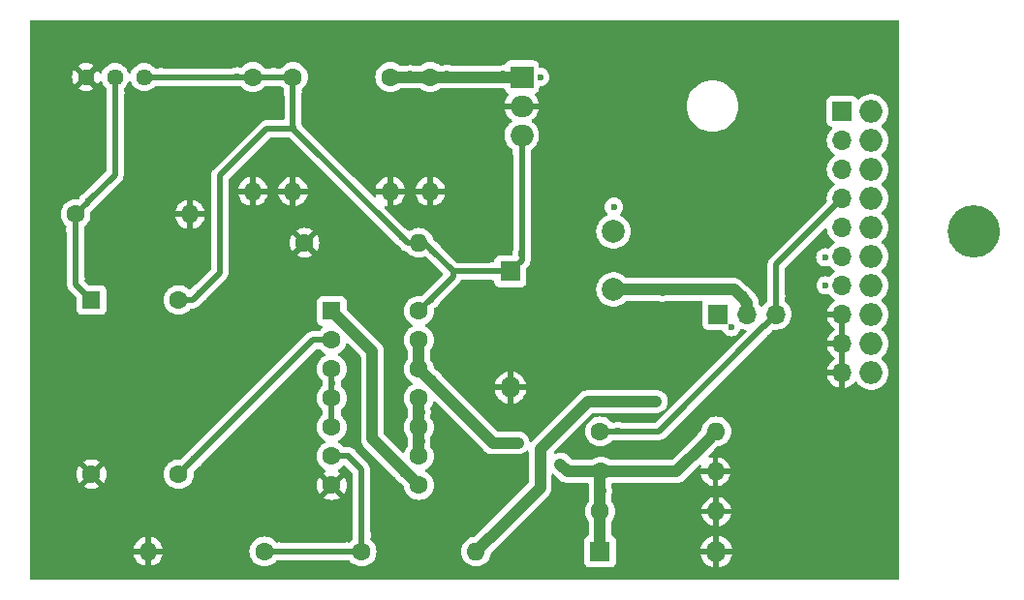
<source format=gbr>
%TF.GenerationSoftware,KiCad,Pcbnew,8.0.4*%
%TF.CreationDate,2024-08-20T14:49:07-07:00*%
%TF.ProjectId,oscillator,6f736369-6c6c-4617-946f-722e6b696361,rev?*%
%TF.SameCoordinates,Original*%
%TF.FileFunction,Copper,L1,Top*%
%TF.FilePolarity,Positive*%
%FSLAX46Y46*%
G04 Gerber Fmt 4.6, Leading zero omitted, Abs format (unit mm)*
G04 Created by KiCad (PCBNEW 8.0.4) date 2024-08-20 14:49:07*
%MOMM*%
%LPD*%
G01*
G04 APERTURE LIST*
%TA.AperFunction,Conductor*%
%ADD10C,2.300000*%
%TD*%
%TA.AperFunction,ComponentPad*%
%ADD11C,1.600000*%
%TD*%
%TA.AperFunction,ComponentPad*%
%ADD12O,1.600000X1.600000*%
%TD*%
%TA.AperFunction,ComponentPad*%
%ADD13R,1.600000X1.600000*%
%TD*%
%TA.AperFunction,ComponentPad*%
%ADD14R,1.800000X1.800000*%
%TD*%
%TA.AperFunction,ComponentPad*%
%ADD15O,1.800000X1.800000*%
%TD*%
%TA.AperFunction,ComponentPad*%
%ADD16C,2.000000*%
%TD*%
%TA.AperFunction,ComponentPad*%
%ADD17R,2.000000X1.905000*%
%TD*%
%TA.AperFunction,ComponentPad*%
%ADD18O,2.000000X1.905000*%
%TD*%
%TA.AperFunction,ComponentPad*%
%ADD19R,1.700000X1.700000*%
%TD*%
%TA.AperFunction,ComponentPad*%
%ADD20O,1.700000X1.700000*%
%TD*%
%TA.AperFunction,ComponentPad*%
%ADD21O,2.000000X2.000000*%
%TD*%
%TA.AperFunction,ComponentPad*%
%ADD22C,1.440000*%
%TD*%
%TA.AperFunction,ViaPad*%
%ADD23C,0.600000*%
%TD*%
%TA.AperFunction,Conductor*%
%ADD24C,1.000000*%
%TD*%
%TA.AperFunction,Conductor*%
%ADD25C,0.500000*%
%TD*%
G04 APERTURE END LIST*
%TO.N,GND*%
D10*
X184150000Y-84000000D02*
G75*
G02*
X181850000Y-84000000I-1150000J0D01*
G01*
X181850000Y-84000000D02*
G75*
G02*
X184150000Y-84000000I1150000J0D01*
G01*
%TD*%
D11*
%TO.P,C7,1*%
%TO.N,Net-(D2-K)*%
X150420000Y-105000000D03*
D12*
%TO.P,C7,2*%
%TO.N,GND*%
X160420000Y-105000000D03*
%TD*%
D11*
%TO.P,C2,1*%
%TO.N,Net-(U1-VI)*%
X132000000Y-70500000D03*
D12*
%TO.P,C2,2*%
%TO.N,GND*%
X132000000Y-80500000D03*
%TD*%
D11*
%TO.P,C8,1*%
%TO.N,Net-(C8-Pad1)*%
X129500000Y-112000000D03*
D12*
%TO.P,C8,2*%
%TO.N,Net-(J1-Pin_6)*%
X139500000Y-112000000D03*
%TD*%
D11*
%TO.P,C1,1*%
%TO.N,Net-(U1-VI)*%
X135500000Y-70500000D03*
D12*
%TO.P,C1,2*%
%TO.N,GND*%
X135500000Y-80500000D03*
%TD*%
D13*
%TO.P,U2,1*%
%TO.N,Net-(U2-Pad1)*%
X126880000Y-90960000D03*
D11*
%TO.P,U2,2*%
%TO.N,Net-(Y1-OUT)*%
X126880000Y-93500000D03*
%TO.P,U2,3*%
%TO.N,Net-(U2-Pad3)*%
X126880000Y-96040000D03*
%TO.P,U2,4*%
X126880000Y-98580000D03*
%TO.P,U2,5*%
X126880000Y-101120000D03*
%TO.P,U2,6*%
%TO.N,Net-(C8-Pad1)*%
X126880000Y-103660000D03*
%TO.P,U2,7,GND*%
%TO.N,GND*%
X126880000Y-106200000D03*
%TO.P,U2,8*%
%TO.N,Net-(U2-Pad1)*%
X134500000Y-106200000D03*
%TO.P,U2,9*%
%TO.N,Net-(U2-Pad10)*%
X134500000Y-103660000D03*
%TO.P,U2,10*%
X134500000Y-101120000D03*
%TO.P,U2,11*%
X134500000Y-98580000D03*
%TO.P,U2,12*%
%TO.N,Net-(D2-K)*%
X134500000Y-96040000D03*
%TO.P,U2,13*%
X134500000Y-93500000D03*
%TO.P,U2,14,VCC*%
%TO.N,Net-(D1-K)*%
X134500000Y-90960000D03*
%TD*%
D14*
%TO.P,D1,1,K*%
%TO.N,Net-(D1-K)*%
X142500000Y-87500000D03*
D15*
%TO.P,D1,2,A*%
%TO.N,GND*%
X142500000Y-97660000D03*
%TD*%
D11*
%TO.P,C6,1*%
%TO.N,Net-(Y1-Vcontrol)*%
X104500000Y-82500000D03*
D12*
%TO.P,C6,2*%
%TO.N,GND*%
X114500000Y-82500000D03*
%TD*%
D13*
%TO.P,Y1,1,Vcontrol*%
%TO.N,Net-(Y1-Vcontrol)*%
X105880000Y-90000000D03*
D11*
%TO.P,Y1,7,GND*%
%TO.N,GND*%
X105880000Y-105240000D03*
%TO.P,Y1,8,OUT*%
%TO.N,Net-(Y1-OUT)*%
X113500000Y-105240000D03*
%TO.P,Y1,14,Vcc*%
%TO.N,Net-(D1-K)*%
X113500000Y-90000000D03*
%TD*%
D16*
%TO.P,F1,1*%
%TO.N,Net-(U1-VI)*%
X151500000Y-84000000D03*
%TO.P,F1,2*%
%TO.N,Net-(P2-C)*%
X151500000Y-89080000D03*
%TD*%
D17*
%TO.P,U1,1,VI*%
%TO.N,Net-(U1-VI)*%
X143500000Y-70500000D03*
D18*
%TO.P,U1,2,GND*%
%TO.N,GND*%
X143500000Y-73040000D03*
%TO.P,U1,3,VO*%
%TO.N,Net-(D1-K)*%
X143500000Y-75580000D03*
%TD*%
D11*
%TO.P,C3,1*%
%TO.N,Net-(D1-K)*%
X120000000Y-70500000D03*
D12*
%TO.P,C3,2*%
%TO.N,GND*%
X120000000Y-80500000D03*
%TD*%
D11*
%TO.P,C4,1*%
%TO.N,Net-(D1-K)*%
X123500000Y-70500000D03*
D12*
%TO.P,C4,2*%
%TO.N,GND*%
X123500000Y-80500000D03*
%TD*%
D11*
%TO.P,R1,1*%
%TO.N,Net-(J1-Pin_4)*%
X150340000Y-101500000D03*
D12*
%TO.P,R1,2*%
%TO.N,Net-(D2-K)*%
X160500000Y-101500000D03*
%TD*%
D11*
%TO.P,R4,1*%
%TO.N,Net-(D2-K)*%
X150340000Y-108500000D03*
D12*
%TO.P,R4,2*%
%TO.N,GND*%
X160500000Y-108500000D03*
%TD*%
D14*
%TO.P,D2,1,K*%
%TO.N,Net-(D2-K)*%
X150340000Y-112000000D03*
D15*
%TO.P,D2,2,A*%
%TO.N,GND*%
X160500000Y-112000000D03*
%TD*%
D19*
%TO.P,P2,1,A*%
%TO.N,Net-(J1-Pin_7)*%
X160645504Y-91248248D03*
D20*
%TO.P,P2,2,C*%
%TO.N,Net-(P2-C)*%
X163185504Y-91248248D03*
%TO.P,P2,3,B*%
%TO.N,Net-(J1-Pin_4)*%
X165725504Y-91248248D03*
%TD*%
D19*
%TO.P,J1,1,Pin_1*%
%TO.N,unconnected-(J1-Pin_1-Pad1)*%
X171500000Y-73500000D03*
D20*
%TO.P,J1,2,Pin_2*%
%TO.N,unconnected-(J1-Pin_2-Pad2)*%
X171500000Y-76040000D03*
%TO.P,J1,3,Pin_3*%
%TO.N,unconnected-(J1-Pin_3-Pad3)*%
X171500000Y-78580000D03*
%TO.P,J1,4,Pin_4*%
%TO.N,Net-(J1-Pin_4)*%
X171500000Y-81120000D03*
%TO.P,J1,5,Pin_5*%
%TO.N,unconnected-(J1-Pin_5-Pad5)*%
X171500000Y-83660000D03*
%TO.P,J1,6,Pin_6*%
%TO.N,Net-(J1-Pin_6)*%
X171500000Y-86200000D03*
%TO.P,J1,7,Pin_7*%
%TO.N,Net-(J1-Pin_7)*%
X171500000Y-88740000D03*
%TO.P,J1,8,Pin_8*%
%TO.N,GND*%
X171500000Y-91280000D03*
%TO.P,J1,9,Pin_9*%
X171500000Y-93820000D03*
%TO.P,J1,10,Pin_10*%
X171500000Y-96360000D03*
D21*
%TO.P,J1,11,Pin_11*%
%TO.N,unconnected-(J1-Pin_11-Pad11)*%
X174040000Y-73500000D03*
%TO.P,J1,12,Pin_12*%
%TO.N,unconnected-(J1-Pin_12-Pad12)*%
X174040000Y-76040000D03*
%TO.P,J1,13,Pin_13*%
%TO.N,unconnected-(J1-Pin_13-Pad13)*%
X174040000Y-78580000D03*
%TO.P,J1,14,Pin_14*%
%TO.N,unconnected-(J1-Pin_14-Pad14)*%
X174040000Y-81120000D03*
%TO.P,J1,15,Pin_15*%
%TO.N,unconnected-(J1-Pin_15-Pad15)*%
X174040000Y-83660000D03*
%TO.P,J1,16,Pin_16*%
%TO.N,unconnected-(J1-Pin_16-Pad16)*%
X174040000Y-86200000D03*
%TO.P,J1,17,Pin_17*%
%TO.N,unconnected-(J1-Pin_17-Pad17)*%
X174040000Y-88740000D03*
%TO.P,J1,18,Pin_18*%
%TO.N,unconnected-(J1-Pin_18-Pad18)*%
X174040000Y-91280000D03*
%TO.P,J1,19,Pin_19*%
%TO.N,unconnected-(J1-Pin_19-Pad19)*%
X174040000Y-93820000D03*
%TO.P,J1,20,Pin_20*%
%TO.N,unconnected-(J1-Pin_20-Pad20)*%
X174040000Y-96360000D03*
%TD*%
D22*
%TO.P,R2,1,1*%
%TO.N,Net-(D1-K)*%
X110500000Y-70500000D03*
%TO.P,R2,2,2*%
%TO.N,Net-(Y1-Vcontrol)*%
X107960000Y-70500000D03*
%TO.P,R2,3,3*%
%TO.N,GND*%
X105420000Y-70500000D03*
%TD*%
D11*
%TO.P,R5,1*%
%TO.N,Net-(C8-Pad1)*%
X121000000Y-112000000D03*
D12*
%TO.P,R5,2*%
%TO.N,GND*%
X110840000Y-112000000D03*
%TD*%
D11*
%TO.P,C5,1*%
%TO.N,GND*%
X124500000Y-85000000D03*
D12*
%TO.P,C5,2*%
%TO.N,Net-(D1-K)*%
X134500000Y-85000000D03*
%TD*%
D23*
%TO.N,GND*%
X137680220Y-92124959D03*
X146298969Y-98378808D03*
X133843826Y-79039175D03*
X164955408Y-99640088D03*
X152395158Y-66636585D03*
X106989065Y-101426902D03*
X102732243Y-75938528D03*
X121966769Y-78881515D03*
X102259263Y-67109565D03*
X156942360Y-69856231D03*
X131636585Y-91809639D03*
X174625224Y-67372332D03*
X146929610Y-111149272D03*
X161312670Y-76870310D03*
X121336129Y-93018366D03*
X120337615Y-84820044D03*
X111403546Y-85871111D03*
X157072406Y-86238984D03*
X115870581Y-67792759D03*
X146351523Y-87237498D03*
X122649963Y-105578617D03*
X101996496Y-104632656D03*
X153974865Y-75953084D03*
X167500000Y-70000000D03*
X128693598Y-100060515D03*
X155390699Y-94227093D03*
X112191846Y-95330714D03*
X165796262Y-81982163D03*
X164692642Y-110781398D03*
X131741692Y-108416497D03*
X167228297Y-89262955D03*
X138521074Y-73100647D03*
X165350355Y-94135789D03*
X111666313Y-77094702D03*
X107199278Y-111674805D03*
X128798704Y-67372332D03*
X171524577Y-104580103D03*
X132539724Y-100553579D03*
X151061325Y-70179958D03*
X148363602Y-76951242D03*
X138994054Y-84031744D03*
X136837420Y-101285433D03*
X139940014Y-107312877D03*
%TO.N,Net-(U1-VI)*%
X141842817Y-70467140D03*
X151541564Y-81844410D03*
X136937838Y-70420426D03*
X145112803Y-70490497D03*
X133714566Y-70467140D03*
%TO.N,Net-(D1-K)*%
X123526913Y-74929132D03*
X123480199Y-71799288D03*
X135695933Y-85650015D03*
X121798492Y-70491294D03*
X137517782Y-87518579D03*
X118598577Y-70444580D03*
X115311427Y-89392716D03*
X141044696Y-87471865D03*
X143505149Y-77095144D03*
X111941819Y-70491294D03*
X133033230Y-84505520D03*
X143473829Y-85930300D03*
X135555791Y-89971068D03*
%TO.N,Net-(D2-K)*%
X149013813Y-104989619D03*
X146863122Y-104363122D03*
X150373712Y-106712849D03*
X159501716Y-102510380D03*
X143156386Y-102500000D03*
X135605690Y-97067098D03*
X134501716Y-94771620D03*
X151920468Y-104948095D03*
%TO.N,Net-(C8-Pad1)*%
X129500055Y-110541468D03*
X122302625Y-112001716D03*
X128294139Y-103660862D03*
X128192060Y-112001716D03*
%TO.N,Net-(J1-Pin_6)*%
X140693721Y-110828673D03*
X155247637Y-98888947D03*
X170020761Y-86275052D03*
%TO.N,Net-(Y1-OUT)*%
X125477521Y-93496567D03*
X114844286Y-103910004D03*
%TO.N,Net-(Y1-Vcontrol)*%
X107971122Y-71892716D03*
X104504901Y-88178150D03*
X104467565Y-83851523D03*
X105588703Y-81399033D03*
%TO.N,Net-(U2-Pad1)*%
X128044997Y-92102133D03*
X133294139Y-105077856D03*
%TO.N,Net-(U2-Pad3)*%
X126913684Y-97305180D03*
X126877145Y-99877021D03*
%TO.N,Net-(U2-Pad10)*%
X134522478Y-102375429D03*
X134532859Y-99795979D03*
%TO.N,Net-(J1-Pin_4)*%
X151939430Y-101471493D03*
X164674593Y-92327122D03*
X165723065Y-89638467D03*
%TO.N,Net-(J1-Pin_7)*%
X161788701Y-92379026D03*
X170041523Y-88724947D03*
%TO.N,Net-(P2-C)*%
X162712602Y-89690371D03*
X155769189Y-89155164D03*
%TD*%
D24*
%TO.N,Net-(U1-VI)*%
X141842817Y-70467140D02*
X141875677Y-70500000D01*
X133747426Y-70500000D02*
X135500000Y-70500000D01*
X141875677Y-70500000D02*
X143500000Y-70500000D01*
X137017412Y-70500000D02*
X141809957Y-70500000D01*
X133681706Y-70500000D02*
X133714566Y-70467140D01*
X136858264Y-70500000D02*
X136937838Y-70420426D01*
X136937838Y-70420426D02*
X137017412Y-70500000D01*
X135500000Y-70500000D02*
X136858264Y-70500000D01*
X132000000Y-70500000D02*
X133681706Y-70500000D01*
X141809957Y-70500000D02*
X141842817Y-70467140D01*
X133714566Y-70467140D02*
X133747426Y-70500000D01*
D25*
%TO.N,Net-(D1-K)*%
X143500000Y-77100293D02*
X143500000Y-85904129D01*
X117086349Y-79118964D02*
X117086349Y-87613193D01*
X137500000Y-87500000D02*
X141016561Y-87500000D01*
X123500000Y-71819089D02*
X123500000Y-74902219D01*
X133005520Y-84505520D02*
X133033230Y-84505520D01*
X118598577Y-70444580D02*
X118543157Y-70500000D01*
X123500000Y-70500000D02*
X121807198Y-70500000D01*
X118543157Y-70500000D02*
X111950525Y-70500000D01*
X120000000Y-70500000D02*
X118653997Y-70500000D01*
X123500000Y-70500000D02*
X123500000Y-71779487D01*
X118653997Y-70500000D02*
X118598577Y-70444580D01*
X143505149Y-77095144D02*
X143500000Y-77100293D01*
X143500000Y-75580000D02*
X143500000Y-77089995D01*
X121798492Y-70491294D02*
X121789786Y-70500000D01*
X137500000Y-87536361D02*
X137517782Y-87518579D01*
X123500000Y-75000000D02*
X121205313Y-75000000D01*
X137517782Y-87518579D02*
X137500000Y-87500797D01*
X115311427Y-89392716D02*
X115306826Y-89392716D01*
X133033230Y-84533230D02*
X133500000Y-85000000D01*
X143500000Y-86500000D02*
X142500000Y-87500000D01*
X117086349Y-87613193D02*
X115311427Y-89388115D01*
X121205313Y-75000000D02*
X117086349Y-79118964D01*
X133500000Y-85000000D02*
X134500000Y-85000000D01*
X141072831Y-87500000D02*
X142500000Y-87500000D01*
X135555791Y-89904209D02*
X137500000Y-87960000D01*
X123500000Y-74956045D02*
X123500000Y-75000000D01*
X114699542Y-90000000D02*
X113500000Y-90000000D01*
X123526913Y-74929132D02*
X123500000Y-74956045D01*
X135000000Y-85000000D02*
X135650015Y-85650015D01*
X123500000Y-71779487D02*
X123480199Y-71799288D01*
X115306826Y-89392716D02*
X114699542Y-90000000D01*
X121807198Y-70500000D02*
X121798492Y-70491294D01*
X111941819Y-70491294D02*
X111933113Y-70500000D01*
X137500000Y-87960000D02*
X137500000Y-87536361D01*
X134500000Y-90960000D02*
X135488932Y-89971068D01*
X135650015Y-85650015D02*
X135695933Y-85650015D01*
X123480199Y-71799288D02*
X123500000Y-71819089D01*
X143500000Y-85956471D02*
X143500000Y-86500000D01*
X137500000Y-87500797D02*
X137500000Y-87500000D01*
X143500000Y-77089995D02*
X143505149Y-77095144D01*
X135555791Y-89971068D02*
X135555791Y-89904209D01*
X111933113Y-70500000D02*
X110500000Y-70500000D01*
X123500000Y-75000000D02*
X133005520Y-84505520D01*
X135695933Y-85650015D02*
X135695933Y-85695933D01*
X115311427Y-89388115D02*
X115311427Y-89392716D01*
X135488932Y-89971068D02*
X135555791Y-89971068D01*
X134500000Y-85000000D02*
X135000000Y-85000000D01*
X135695933Y-85695933D02*
X137500000Y-87500000D01*
X143473829Y-85930300D02*
X143500000Y-85956471D01*
X141044696Y-87471865D02*
X141072831Y-87500000D01*
X143500000Y-85904129D02*
X143473829Y-85930300D01*
X121789786Y-70500000D02*
X120000000Y-70500000D01*
X111950525Y-70500000D02*
X111941819Y-70491294D01*
X133033230Y-84505520D02*
X133033230Y-84533230D01*
X123500000Y-74902219D02*
X123526913Y-74929132D01*
X141016561Y-87500000D02*
X141044696Y-87471865D01*
D24*
%TO.N,Net-(D2-K)*%
X135605690Y-97067098D02*
X135527098Y-97067098D01*
X150340000Y-106746561D02*
X150373712Y-106712849D01*
X149003432Y-105000000D02*
X147500000Y-105000000D01*
X150340000Y-108500000D02*
X150340000Y-106746561D01*
X143156386Y-102500000D02*
X140960000Y-102500000D01*
X134501716Y-94771620D02*
X134500000Y-94769904D01*
X150420000Y-105000000D02*
X151868563Y-105000000D01*
X151920468Y-104948095D02*
X151972373Y-105000000D01*
X159489620Y-102510380D02*
X159501716Y-102510380D01*
X149013813Y-104989619D02*
X149003432Y-105000000D01*
X134500000Y-94769904D02*
X134500000Y-93500000D01*
X150340000Y-105080000D02*
X150420000Y-105000000D01*
X150420000Y-105000000D02*
X149024194Y-105000000D01*
X150373712Y-106712849D02*
X150340000Y-106679137D01*
X147500000Y-105000000D02*
X146863122Y-104363122D01*
X135605690Y-97145690D02*
X135605690Y-97067098D01*
X150340000Y-108500000D02*
X150340000Y-112000000D01*
X135527098Y-97067098D02*
X134500000Y-96040000D01*
X151868563Y-105000000D02*
X151920468Y-104948095D01*
X134500000Y-96040000D02*
X134500000Y-94773336D01*
X157000000Y-105000000D02*
X159489620Y-102510380D01*
X159501716Y-102510380D02*
X159501716Y-102498284D01*
X150340000Y-106679137D02*
X150340000Y-105080000D01*
X140960000Y-102500000D02*
X135605690Y-97145690D01*
X134500000Y-94773336D02*
X134501716Y-94771620D01*
X159501716Y-102498284D02*
X160500000Y-101500000D01*
X151972373Y-105000000D02*
X157000000Y-105000000D01*
X149024194Y-105000000D02*
X149013813Y-104989619D01*
D25*
%TO.N,Net-(C8-Pad1)*%
X128192060Y-112001716D02*
X128190344Y-112000000D01*
X129500000Y-104851152D02*
X128308848Y-103660000D01*
X128295001Y-103660000D02*
X128294139Y-103660862D01*
X128293277Y-103660000D02*
X126880000Y-103660000D01*
X129500000Y-112000000D02*
X128193776Y-112000000D01*
X122300909Y-112000000D02*
X121000000Y-112000000D01*
X122304341Y-112000000D02*
X122302625Y-112001716D01*
X128294139Y-103660862D02*
X128293277Y-103660000D01*
X128308848Y-103660000D02*
X128295001Y-103660000D01*
X129500000Y-110541523D02*
X129500055Y-110541468D01*
X129500055Y-110541468D02*
X129500000Y-110541413D01*
X128193776Y-112000000D02*
X128192060Y-112001716D01*
X129500000Y-112000000D02*
X129500000Y-110541523D01*
X129500000Y-110541413D02*
X129500000Y-104851152D01*
X128190344Y-112000000D02*
X122304341Y-112000000D01*
X122302625Y-112001716D02*
X122300909Y-112000000D01*
D24*
%TO.N,Net-(J1-Pin_6)*%
X140671327Y-110828673D02*
X140693721Y-110828673D01*
X145095020Y-103060569D02*
X149266642Y-98888947D01*
X140693721Y-110828673D02*
X140693721Y-110806279D01*
X139500000Y-112000000D02*
X140671327Y-110828673D01*
X149266642Y-98888947D02*
X155247637Y-98888947D01*
X140693721Y-110806279D02*
X145095020Y-106404980D01*
X145095020Y-106404980D02*
X145095020Y-103060569D01*
D25*
%TO.N,Net-(Y1-OUT)*%
X114829996Y-103910004D02*
X114844286Y-103910004D01*
X114844286Y-103910004D02*
X114844286Y-103895714D01*
X114844286Y-103895714D02*
X125240000Y-93500000D01*
X113500000Y-105240000D02*
X114829996Y-103910004D01*
X125480954Y-93500000D02*
X126880000Y-93500000D01*
X125240000Y-93500000D02*
X125474088Y-93500000D01*
X125474088Y-93500000D02*
X125477521Y-93496567D01*
X125477521Y-93496567D02*
X125480954Y-93500000D01*
%TO.N,Net-(Y1-Vcontrol)*%
X104500000Y-82500000D02*
X104500000Y-83819088D01*
X107960000Y-70500000D02*
X107960000Y-71881594D01*
X107960000Y-71903838D02*
X107960000Y-79040000D01*
X104500000Y-88183051D02*
X104500000Y-88620000D01*
X105588703Y-81411297D02*
X104500000Y-82500000D01*
X104500000Y-83819088D02*
X104467565Y-83851523D01*
X107960000Y-71881594D02*
X107971122Y-71892716D01*
X104504901Y-88178150D02*
X104500000Y-88183051D01*
X105600967Y-81399033D02*
X105588703Y-81399033D01*
X104500000Y-88173249D02*
X104504901Y-88178150D01*
X105588703Y-81399033D02*
X105588703Y-81411297D01*
X107960000Y-79040000D02*
X105600967Y-81399033D01*
X104500000Y-83883958D02*
X104500000Y-88173249D01*
X107971122Y-71892716D02*
X107960000Y-71903838D01*
X104500000Y-88620000D02*
X105880000Y-90000000D01*
X104467565Y-83851523D02*
X104500000Y-83883958D01*
D24*
%TO.N,Net-(U2-Pad1)*%
X130443783Y-102143783D02*
X133294139Y-104994139D01*
X128044997Y-92124997D02*
X130443783Y-94523783D01*
X128022133Y-92102133D02*
X128044997Y-92102133D01*
X133294139Y-105077856D02*
X133377856Y-105077856D01*
X130443783Y-94523783D02*
X130443783Y-102143783D01*
X126880000Y-90960000D02*
X128022133Y-92102133D01*
X133377856Y-105077856D02*
X134500000Y-106200000D01*
X133294139Y-104994139D02*
X133294139Y-105077856D01*
X128044997Y-92102133D02*
X128044997Y-92124997D01*
D25*
%TO.N,Net-(U2-Pad3)*%
X126877145Y-99877021D02*
X126880000Y-99879876D01*
X126880000Y-96040000D02*
X126880000Y-97271496D01*
X126880000Y-97271496D02*
X126913684Y-97305180D01*
X126880000Y-98580000D02*
X126880000Y-99874166D01*
X126880000Y-99874166D02*
X126877145Y-99877021D01*
X126913684Y-97305180D02*
X126880000Y-97338864D01*
X126880000Y-97338864D02*
X126880000Y-98580000D01*
X126880000Y-99879876D02*
X126880000Y-101120000D01*
D24*
%TO.N,Net-(U2-Pad10)*%
X134532859Y-99795979D02*
X134500000Y-99828838D01*
X134500000Y-102397907D02*
X134500000Y-103660000D01*
X134500000Y-102352951D02*
X134522478Y-102375429D01*
X134500000Y-99763120D02*
X134532859Y-99795979D01*
X134500000Y-99828838D02*
X134500000Y-101120000D01*
X134500000Y-101120000D02*
X134500000Y-102352951D01*
X134500000Y-98580000D02*
X134500000Y-99763120D01*
X134522478Y-102375429D02*
X134500000Y-102397907D01*
D25*
%TO.N,Net-(J1-Pin_4)*%
X151939430Y-101471493D02*
X151910923Y-101500000D01*
X165725504Y-91248248D02*
X164674593Y-92299159D01*
X165725504Y-86894496D02*
X171500000Y-81120000D01*
X164674593Y-92327122D02*
X164646630Y-92327122D01*
X155473752Y-101500000D02*
X151967937Y-101500000D01*
X165723065Y-89638467D02*
X165725504Y-89636028D01*
X164674593Y-92299159D02*
X164674593Y-92327122D01*
X165725504Y-89636028D02*
X165725504Y-86894496D01*
X151967937Y-101500000D02*
X151939430Y-101471493D01*
X164646630Y-92327122D02*
X155473752Y-101500000D01*
X151910923Y-101500000D02*
X150340000Y-101500000D01*
X165725504Y-91248248D02*
X165725504Y-89640906D01*
X165725504Y-89640906D02*
X165723065Y-89638467D01*
D24*
%TO.N,Net-(P2-C)*%
X163185504Y-90226945D02*
X162712602Y-89754043D01*
X162648930Y-89690371D02*
X162038559Y-89080000D01*
X163185504Y-91248248D02*
X163185504Y-90226945D01*
X155694025Y-89080000D02*
X151500000Y-89080000D01*
X162712602Y-89754043D02*
X162712602Y-89690371D01*
X162712602Y-89690371D02*
X162648930Y-89690371D01*
X162038559Y-89080000D02*
X155844353Y-89080000D01*
X155769189Y-89155164D02*
X155694025Y-89080000D01*
X155844353Y-89080000D02*
X155769189Y-89155164D01*
%TD*%
%TA.AperFunction,Conductor*%
%TO.N,GND*%
G36*
X171750000Y-95926988D02*
G01*
X171692993Y-95894075D01*
X171565826Y-95860000D01*
X171434174Y-95860000D01*
X171307007Y-95894075D01*
X171250000Y-95926988D01*
X171250000Y-94253012D01*
X171307007Y-94285925D01*
X171434174Y-94320000D01*
X171565826Y-94320000D01*
X171692993Y-94285925D01*
X171750000Y-94253012D01*
X171750000Y-95926988D01*
G37*
%TD.AperFunction*%
%TA.AperFunction,Conductor*%
G36*
X171750000Y-93386988D02*
G01*
X171692993Y-93354075D01*
X171565826Y-93320000D01*
X171434174Y-93320000D01*
X171307007Y-93354075D01*
X171250000Y-93386988D01*
X171250000Y-91713012D01*
X171307007Y-91745925D01*
X171434174Y-91780000D01*
X171565826Y-91780000D01*
X171692993Y-91745925D01*
X171750000Y-91713012D01*
X171750000Y-93386988D01*
G37*
%TD.AperFunction*%
%TA.AperFunction,Conductor*%
G36*
X176417539Y-65520185D02*
G01*
X176463294Y-65572989D01*
X176474500Y-65624500D01*
X176474500Y-114375500D01*
X176454815Y-114442539D01*
X176402011Y-114488294D01*
X176350500Y-114499500D01*
X100649500Y-114499500D01*
X100582461Y-114479815D01*
X100536706Y-114427011D01*
X100525500Y-114375500D01*
X100525500Y-111749999D01*
X109561127Y-111749999D01*
X109561128Y-111750000D01*
X110524314Y-111750000D01*
X110519920Y-111754394D01*
X110467259Y-111845606D01*
X110440000Y-111947339D01*
X110440000Y-112052661D01*
X110467259Y-112154394D01*
X110519920Y-112245606D01*
X110524314Y-112250000D01*
X109561128Y-112250000D01*
X109613730Y-112446317D01*
X109613734Y-112446326D01*
X109709865Y-112652482D01*
X109840342Y-112838820D01*
X110001179Y-112999657D01*
X110187517Y-113130134D01*
X110393673Y-113226265D01*
X110393682Y-113226269D01*
X110589999Y-113278872D01*
X110590000Y-113278871D01*
X110590000Y-112315686D01*
X110594394Y-112320080D01*
X110685606Y-112372741D01*
X110787339Y-112400000D01*
X110892661Y-112400000D01*
X110994394Y-112372741D01*
X111085606Y-112320080D01*
X111090000Y-112315686D01*
X111090000Y-113278872D01*
X111286317Y-113226269D01*
X111286326Y-113226265D01*
X111492482Y-113130134D01*
X111678820Y-112999657D01*
X111839657Y-112838820D01*
X111970134Y-112652482D01*
X112066265Y-112446326D01*
X112066269Y-112446317D01*
X112118872Y-112250000D01*
X111155686Y-112250000D01*
X111160080Y-112245606D01*
X111212741Y-112154394D01*
X111240000Y-112052661D01*
X111240000Y-111947339D01*
X111212741Y-111845606D01*
X111160080Y-111754394D01*
X111155686Y-111750000D01*
X112118872Y-111750000D01*
X112118872Y-111749999D01*
X112066269Y-111553682D01*
X112066265Y-111553673D01*
X111970134Y-111347517D01*
X111839657Y-111161179D01*
X111678820Y-111000342D01*
X111492482Y-110869865D01*
X111286328Y-110773734D01*
X111090000Y-110721127D01*
X111090000Y-111684314D01*
X111085606Y-111679920D01*
X110994394Y-111627259D01*
X110892661Y-111600000D01*
X110787339Y-111600000D01*
X110685606Y-111627259D01*
X110594394Y-111679920D01*
X110590000Y-111684314D01*
X110590000Y-110721127D01*
X110393671Y-110773734D01*
X110187517Y-110869865D01*
X110001179Y-111000342D01*
X109840342Y-111161179D01*
X109709865Y-111347517D01*
X109613734Y-111553673D01*
X109613730Y-111553682D01*
X109561127Y-111749999D01*
X100525500Y-111749999D01*
X100525500Y-105239997D01*
X104575034Y-105239997D01*
X104575034Y-105240002D01*
X104594858Y-105466599D01*
X104594860Y-105466610D01*
X104653730Y-105686317D01*
X104653735Y-105686331D01*
X104749863Y-105892478D01*
X104800974Y-105965472D01*
X105480000Y-105286446D01*
X105480000Y-105292661D01*
X105507259Y-105394394D01*
X105559920Y-105485606D01*
X105634394Y-105560080D01*
X105725606Y-105612741D01*
X105827339Y-105640000D01*
X105833553Y-105640000D01*
X105154526Y-106319025D01*
X105227513Y-106370132D01*
X105227521Y-106370136D01*
X105433668Y-106466264D01*
X105433682Y-106466269D01*
X105653389Y-106525139D01*
X105653400Y-106525141D01*
X105879998Y-106544966D01*
X105880002Y-106544966D01*
X106106599Y-106525141D01*
X106106610Y-106525139D01*
X106326317Y-106466269D01*
X106326331Y-106466264D01*
X106532478Y-106370136D01*
X106605471Y-106319024D01*
X105926447Y-105640000D01*
X105932661Y-105640000D01*
X106034394Y-105612741D01*
X106125606Y-105560080D01*
X106200080Y-105485606D01*
X106252741Y-105394394D01*
X106280000Y-105292661D01*
X106280000Y-105286447D01*
X106959024Y-105965471D01*
X107010136Y-105892478D01*
X107106264Y-105686331D01*
X107106269Y-105686317D01*
X107165139Y-105466610D01*
X107165141Y-105466599D01*
X107184966Y-105240002D01*
X107184966Y-105239997D01*
X107165141Y-105013400D01*
X107165139Y-105013389D01*
X107106269Y-104793682D01*
X107106264Y-104793668D01*
X107010136Y-104587521D01*
X107010132Y-104587513D01*
X106959025Y-104514526D01*
X106280000Y-105193551D01*
X106280000Y-105187339D01*
X106252741Y-105085606D01*
X106200080Y-104994394D01*
X106125606Y-104919920D01*
X106034394Y-104867259D01*
X105932661Y-104840000D01*
X105926448Y-104840000D01*
X106605472Y-104160974D01*
X106532478Y-104109863D01*
X106326331Y-104013735D01*
X106326317Y-104013730D01*
X106106610Y-103954860D01*
X106106599Y-103954858D01*
X105880002Y-103935034D01*
X105879998Y-103935034D01*
X105653400Y-103954858D01*
X105653389Y-103954860D01*
X105433682Y-104013730D01*
X105433673Y-104013734D01*
X105227516Y-104109866D01*
X105227512Y-104109868D01*
X105154526Y-104160973D01*
X105154526Y-104160974D01*
X105833553Y-104840000D01*
X105827339Y-104840000D01*
X105725606Y-104867259D01*
X105634394Y-104919920D01*
X105559920Y-104994394D01*
X105507259Y-105085606D01*
X105480000Y-105187339D01*
X105480000Y-105193552D01*
X104800974Y-104514526D01*
X104800973Y-104514526D01*
X104749868Y-104587512D01*
X104749866Y-104587516D01*
X104653734Y-104793673D01*
X104653730Y-104793682D01*
X104594860Y-105013389D01*
X104594858Y-105013400D01*
X104575034Y-105239997D01*
X100525500Y-105239997D01*
X100525500Y-82499998D01*
X103194532Y-82499998D01*
X103194532Y-82500001D01*
X103214364Y-82726686D01*
X103214366Y-82726697D01*
X103273258Y-82946488D01*
X103273261Y-82946497D01*
X103369431Y-83152732D01*
X103369432Y-83152734D01*
X103499954Y-83339141D01*
X103664689Y-83503876D01*
X103663241Y-83505323D01*
X103697007Y-83556074D01*
X103698116Y-83625934D01*
X103695641Y-83633846D01*
X103682196Y-83672270D01*
X103662000Y-83851519D01*
X103662000Y-83851526D01*
X103682195Y-84030772D01*
X103682198Y-84030785D01*
X103742541Y-84203231D01*
X103749500Y-84244186D01*
X103749500Y-87892183D01*
X103742542Y-87933137D01*
X103719533Y-87998892D01*
X103719531Y-87998900D01*
X103699336Y-88178146D01*
X103699336Y-88178153D01*
X103719531Y-88357396D01*
X103719533Y-88357406D01*
X103742541Y-88423157D01*
X103749500Y-88464112D01*
X103749500Y-88693918D01*
X103749500Y-88693920D01*
X103749499Y-88693920D01*
X103778340Y-88838907D01*
X103778343Y-88838917D01*
X103834914Y-88975492D01*
X103857069Y-89008649D01*
X103857070Y-89008652D01*
X103917046Y-89098414D01*
X103917052Y-89098421D01*
X104543181Y-89724549D01*
X104576666Y-89785872D01*
X104579500Y-89812230D01*
X104579500Y-90847870D01*
X104579501Y-90847876D01*
X104585908Y-90907483D01*
X104636202Y-91042328D01*
X104636206Y-91042335D01*
X104722452Y-91157544D01*
X104722455Y-91157547D01*
X104837664Y-91243793D01*
X104837671Y-91243797D01*
X104972517Y-91294091D01*
X104972516Y-91294091D01*
X104979444Y-91294835D01*
X105032127Y-91300500D01*
X106727872Y-91300499D01*
X106787483Y-91294091D01*
X106922331Y-91243796D01*
X107037546Y-91157546D01*
X107123796Y-91042331D01*
X107174091Y-90907483D01*
X107180500Y-90847873D01*
X107180499Y-89152128D01*
X107174091Y-89092517D01*
X107169424Y-89080005D01*
X107123797Y-88957671D01*
X107123793Y-88957664D01*
X107037547Y-88842455D01*
X107037544Y-88842452D01*
X106922335Y-88756206D01*
X106922328Y-88756202D01*
X106787482Y-88705908D01*
X106787483Y-88705908D01*
X106727883Y-88699501D01*
X106727881Y-88699500D01*
X106727873Y-88699500D01*
X106727865Y-88699500D01*
X105692230Y-88699500D01*
X105625191Y-88679815D01*
X105604549Y-88663181D01*
X105333355Y-88391987D01*
X105299870Y-88330664D01*
X105297816Y-88290422D01*
X105310466Y-88178152D01*
X105310466Y-88178146D01*
X105291650Y-88011151D01*
X105290269Y-87998895D01*
X105262971Y-87920882D01*
X105257458Y-87905125D01*
X105250500Y-87864171D01*
X105250500Y-84055410D01*
X105252491Y-84037737D01*
X105252154Y-84037699D01*
X105273130Y-83851526D01*
X105273130Y-83851519D01*
X105252154Y-83665349D01*
X105252491Y-83665310D01*
X105250500Y-83647637D01*
X105250500Y-83626662D01*
X105270185Y-83559623D01*
X105303379Y-83525086D01*
X105323326Y-83511119D01*
X105339139Y-83500047D01*
X105500047Y-83339139D01*
X105630568Y-83152734D01*
X105726739Y-82946496D01*
X105785635Y-82726692D01*
X105802634Y-82532384D01*
X105805468Y-82500001D01*
X105805468Y-82499999D01*
X105799444Y-82431143D01*
X105790869Y-82333137D01*
X105804635Y-82264639D01*
X105815414Y-82249999D01*
X113221127Y-82249999D01*
X113221128Y-82250000D01*
X114184314Y-82250000D01*
X114179920Y-82254394D01*
X114127259Y-82345606D01*
X114100000Y-82447339D01*
X114100000Y-82552661D01*
X114127259Y-82654394D01*
X114179920Y-82745606D01*
X114184314Y-82750000D01*
X113221128Y-82750000D01*
X113273730Y-82946317D01*
X113273734Y-82946326D01*
X113369865Y-83152482D01*
X113500342Y-83338820D01*
X113661179Y-83499657D01*
X113847517Y-83630134D01*
X114053673Y-83726265D01*
X114053682Y-83726269D01*
X114249999Y-83778872D01*
X114250000Y-83778871D01*
X114250000Y-82815686D01*
X114254394Y-82820080D01*
X114345606Y-82872741D01*
X114447339Y-82900000D01*
X114552661Y-82900000D01*
X114654394Y-82872741D01*
X114745606Y-82820080D01*
X114750000Y-82815686D01*
X114750000Y-83778872D01*
X114946317Y-83726269D01*
X114946326Y-83726265D01*
X115152482Y-83630134D01*
X115338820Y-83499657D01*
X115499657Y-83338820D01*
X115630134Y-83152482D01*
X115726265Y-82946326D01*
X115726269Y-82946317D01*
X115778872Y-82750000D01*
X114815686Y-82750000D01*
X114820080Y-82745606D01*
X114872741Y-82654394D01*
X114900000Y-82552661D01*
X114900000Y-82447339D01*
X114872741Y-82345606D01*
X114820080Y-82254394D01*
X114815686Y-82250000D01*
X115778872Y-82250000D01*
X115778872Y-82249999D01*
X115726269Y-82053682D01*
X115726265Y-82053673D01*
X115630134Y-81847517D01*
X115499657Y-81661179D01*
X115338820Y-81500342D01*
X115152482Y-81369865D01*
X114946328Y-81273734D01*
X114750000Y-81221127D01*
X114750000Y-82184314D01*
X114745606Y-82179920D01*
X114654394Y-82127259D01*
X114552661Y-82100000D01*
X114447339Y-82100000D01*
X114345606Y-82127259D01*
X114254394Y-82179920D01*
X114250000Y-82184314D01*
X114250000Y-81221127D01*
X114053671Y-81273734D01*
X113847517Y-81369865D01*
X113661179Y-81500342D01*
X113500342Y-81661179D01*
X113369865Y-81847517D01*
X113273734Y-82053673D01*
X113273730Y-82053682D01*
X113221127Y-82249999D01*
X105815414Y-82249999D01*
X105826713Y-82234653D01*
X105923827Y-82137539D01*
X105945527Y-82120233D01*
X106090965Y-82028849D01*
X106218519Y-81901295D01*
X106309901Y-81755860D01*
X106327207Y-81734159D01*
X108542951Y-79518416D01*
X108625084Y-79395495D01*
X108681658Y-79258913D01*
X108686334Y-79235405D01*
X108710500Y-79113918D01*
X108710500Y-72224469D01*
X108717459Y-72183514D01*
X108725371Y-72160902D01*
X108756490Y-72071971D01*
X108762165Y-72021602D01*
X108776687Y-71892719D01*
X108776687Y-71892712D01*
X108756491Y-71713466D01*
X108756489Y-71713458D01*
X108717458Y-71601912D01*
X108710500Y-71560958D01*
X108710500Y-71526911D01*
X108730185Y-71459872D01*
X108746819Y-71439230D01*
X108898527Y-71287521D01*
X108898529Y-71287519D01*
X109021021Y-71112581D01*
X109111276Y-70919030D01*
X109111280Y-70919013D01*
X109113130Y-70913936D01*
X109115253Y-70914709D01*
X109146576Y-70863305D01*
X109209419Y-70832766D01*
X109278796Y-70841050D01*
X109332680Y-70885528D01*
X109345827Y-70914315D01*
X109346870Y-70913936D01*
X109348722Y-70919023D01*
X109348724Y-70919030D01*
X109383105Y-70992759D01*
X109438977Y-71112578D01*
X109561472Y-71287521D01*
X109712478Y-71438527D01*
X109712481Y-71438529D01*
X109887419Y-71561021D01*
X109887421Y-71561022D01*
X109887420Y-71561022D01*
X109930622Y-71581167D01*
X110080970Y-71651276D01*
X110287253Y-71706549D01*
X110439215Y-71719844D01*
X110499998Y-71725162D01*
X110500000Y-71725162D01*
X110500002Y-71725162D01*
X110553186Y-71720508D01*
X110712747Y-71706549D01*
X110919030Y-71651276D01*
X111112581Y-71561021D01*
X111287519Y-71438529D01*
X111438529Y-71287519D01*
X111438531Y-71287515D01*
X111439228Y-71286819D01*
X111500552Y-71253334D01*
X111526910Y-71250500D01*
X111666728Y-71250500D01*
X111707683Y-71257459D01*
X111762556Y-71276660D01*
X111762562Y-71276661D01*
X111762564Y-71276662D01*
X111762565Y-71276662D01*
X111762569Y-71276663D01*
X111941815Y-71296859D01*
X111941819Y-71296859D01*
X111941823Y-71296859D01*
X112121068Y-71276663D01*
X112121070Y-71276662D01*
X112121074Y-71276662D01*
X112121077Y-71276660D01*
X112121081Y-71276660D01*
X112175955Y-71257459D01*
X112216910Y-71250500D01*
X118469240Y-71250500D01*
X118580079Y-71250500D01*
X118580080Y-71250500D01*
X118727915Y-71250500D01*
X118873337Y-71250500D01*
X118940376Y-71270185D01*
X118974912Y-71303377D01*
X118999954Y-71339141D01*
X119160858Y-71500045D01*
X119189621Y-71520185D01*
X119347266Y-71630568D01*
X119553504Y-71726739D01*
X119773308Y-71785635D01*
X119929397Y-71799291D01*
X119999998Y-71805468D01*
X120000000Y-71805468D01*
X120000002Y-71805468D01*
X120070603Y-71799291D01*
X120226692Y-71785635D01*
X120446496Y-71726739D01*
X120652734Y-71630568D01*
X120839139Y-71500047D01*
X121000047Y-71339139D01*
X121025088Y-71303377D01*
X121079665Y-71259752D01*
X121126663Y-71250500D01*
X121523401Y-71250500D01*
X121564356Y-71257459D01*
X121619229Y-71276660D01*
X121619235Y-71276661D01*
X121619237Y-71276662D01*
X121619238Y-71276662D01*
X121619242Y-71276663D01*
X121798488Y-71296859D01*
X121798492Y-71296859D01*
X121798496Y-71296859D01*
X121977741Y-71276663D01*
X121977743Y-71276662D01*
X121977747Y-71276662D01*
X121977750Y-71276660D01*
X121977754Y-71276660D01*
X122032628Y-71257459D01*
X122073583Y-71250500D01*
X122373337Y-71250500D01*
X122440376Y-71270185D01*
X122474912Y-71303377D01*
X122499954Y-71339141D01*
X122662354Y-71501541D01*
X122695839Y-71562864D01*
X122695585Y-71613110D01*
X122695610Y-71613113D01*
X122695584Y-71613339D01*
X122695567Y-71616800D01*
X122694831Y-71620025D01*
X122674634Y-71799284D01*
X122674634Y-71799291D01*
X122694829Y-71978537D01*
X122694830Y-71978542D01*
X122742542Y-72114893D01*
X122749500Y-72155848D01*
X122749500Y-74125500D01*
X122729815Y-74192539D01*
X122677011Y-74238294D01*
X122625500Y-74249500D01*
X121131389Y-74249500D01*
X121102555Y-74255234D01*
X121102556Y-74255235D01*
X120986405Y-74278339D01*
X120986399Y-74278341D01*
X120935763Y-74299316D01*
X120849821Y-74334914D01*
X120849812Y-74334919D01*
X120809508Y-74361850D01*
X120809507Y-74361851D01*
X120726892Y-74417051D01*
X120726891Y-74417052D01*
X116503396Y-78640548D01*
X116503394Y-78640550D01*
X116482402Y-78671969D01*
X116474026Y-78684506D01*
X116447554Y-78724123D01*
X116421263Y-78763471D01*
X116364692Y-78900046D01*
X116364689Y-78900056D01*
X116335849Y-79045043D01*
X116335849Y-87250962D01*
X116316164Y-87318001D01*
X116299530Y-87338643D01*
X114994821Y-88643351D01*
X114967497Y-88662741D01*
X114967800Y-88663223D01*
X114809164Y-88762900D01*
X114681611Y-88890453D01*
X114589931Y-89036361D01*
X114537596Y-89082652D01*
X114468542Y-89093300D01*
X114404694Y-89064925D01*
X114397267Y-89058081D01*
X114339139Y-88999953D01*
X114339138Y-88999952D01*
X114339137Y-88999951D01*
X114152734Y-88869432D01*
X114152732Y-88869431D01*
X113946497Y-88773261D01*
X113946488Y-88773258D01*
X113726697Y-88714366D01*
X113726693Y-88714365D01*
X113726692Y-88714365D01*
X113726691Y-88714364D01*
X113726686Y-88714364D01*
X113500002Y-88694532D01*
X113499998Y-88694532D01*
X113273313Y-88714364D01*
X113273302Y-88714366D01*
X113053511Y-88773258D01*
X113053502Y-88773261D01*
X112847267Y-88869431D01*
X112847265Y-88869432D01*
X112660858Y-88999954D01*
X112499954Y-89160858D01*
X112369432Y-89347265D01*
X112369431Y-89347267D01*
X112273261Y-89553502D01*
X112273258Y-89553511D01*
X112214366Y-89773302D01*
X112214364Y-89773313D01*
X112194532Y-89999998D01*
X112194532Y-90000001D01*
X112214364Y-90226686D01*
X112214366Y-90226697D01*
X112273258Y-90446488D01*
X112273261Y-90446497D01*
X112369431Y-90652732D01*
X112369432Y-90652734D01*
X112499954Y-90839141D01*
X112660858Y-91000045D01*
X112660861Y-91000047D01*
X112847266Y-91130568D01*
X113053504Y-91226739D01*
X113273308Y-91285635D01*
X113435230Y-91299801D01*
X113499998Y-91305468D01*
X113500000Y-91305468D01*
X113500002Y-91305468D01*
X113556807Y-91300498D01*
X113726692Y-91285635D01*
X113946496Y-91226739D01*
X114152734Y-91130568D01*
X114339139Y-91000047D01*
X114500047Y-90839139D01*
X114525088Y-90803377D01*
X114579665Y-90759752D01*
X114626663Y-90750500D01*
X114773462Y-90750500D01*
X114871004Y-90731096D01*
X114918455Y-90721658D01*
X115055037Y-90665084D01*
X115115633Y-90624595D01*
X115177958Y-90582952D01*
X115612408Y-90148499D01*
X115654825Y-90121848D01*
X115654671Y-90121529D01*
X115657510Y-90120161D01*
X115659138Y-90119139D01*
X115660946Y-90118506D01*
X115660945Y-90118506D01*
X115660949Y-90118505D01*
X115813689Y-90022532D01*
X115941243Y-89894978D01*
X116037216Y-89742238D01*
X116037847Y-89740432D01*
X116038864Y-89738814D01*
X116040237Y-89735964D01*
X116040558Y-89736118D01*
X116067208Y-89693700D01*
X117669301Y-88091609D01*
X117723062Y-88011148D01*
X117751433Y-87968688D01*
X117808007Y-87832106D01*
X117836849Y-87687111D01*
X117836849Y-84999997D01*
X123195034Y-84999997D01*
X123195034Y-85000002D01*
X123214858Y-85226599D01*
X123214860Y-85226610D01*
X123273730Y-85446317D01*
X123273735Y-85446331D01*
X123369863Y-85652478D01*
X123420974Y-85725472D01*
X124100000Y-85046446D01*
X124100000Y-85052661D01*
X124127259Y-85154394D01*
X124179920Y-85245606D01*
X124254394Y-85320080D01*
X124345606Y-85372741D01*
X124447339Y-85400000D01*
X124453553Y-85400000D01*
X123774526Y-86079025D01*
X123847513Y-86130132D01*
X123847521Y-86130136D01*
X124053668Y-86226264D01*
X124053682Y-86226269D01*
X124273389Y-86285139D01*
X124273400Y-86285141D01*
X124499998Y-86304966D01*
X124500002Y-86304966D01*
X124726599Y-86285141D01*
X124726610Y-86285139D01*
X124946317Y-86226269D01*
X124946331Y-86226264D01*
X125152478Y-86130136D01*
X125225471Y-86079024D01*
X124546447Y-85400000D01*
X124552661Y-85400000D01*
X124654394Y-85372741D01*
X124745606Y-85320080D01*
X124820080Y-85245606D01*
X124872741Y-85154394D01*
X124900000Y-85052661D01*
X124900000Y-85046447D01*
X125579024Y-85725471D01*
X125630136Y-85652478D01*
X125726264Y-85446331D01*
X125726269Y-85446317D01*
X125785139Y-85226610D01*
X125785141Y-85226599D01*
X125804966Y-85000002D01*
X125804966Y-84999997D01*
X125785141Y-84773400D01*
X125785139Y-84773389D01*
X125726269Y-84553682D01*
X125726264Y-84553668D01*
X125630136Y-84347521D01*
X125630132Y-84347513D01*
X125579025Y-84274526D01*
X124900000Y-84953551D01*
X124900000Y-84947339D01*
X124872741Y-84845606D01*
X124820080Y-84754394D01*
X124745606Y-84679920D01*
X124654394Y-84627259D01*
X124552661Y-84600000D01*
X124546448Y-84600000D01*
X125225472Y-83920974D01*
X125152478Y-83869863D01*
X124946331Y-83773735D01*
X124946317Y-83773730D01*
X124726610Y-83714860D01*
X124726599Y-83714858D01*
X124500002Y-83695034D01*
X124499998Y-83695034D01*
X124273400Y-83714858D01*
X124273389Y-83714860D01*
X124053682Y-83773730D01*
X124053673Y-83773734D01*
X123847516Y-83869866D01*
X123847512Y-83869868D01*
X123774526Y-83920973D01*
X123774526Y-83920974D01*
X124453553Y-84600000D01*
X124447339Y-84600000D01*
X124345606Y-84627259D01*
X124254394Y-84679920D01*
X124179920Y-84754394D01*
X124127259Y-84845606D01*
X124100000Y-84947339D01*
X124100000Y-84953552D01*
X123420974Y-84274526D01*
X123420973Y-84274526D01*
X123369868Y-84347512D01*
X123369866Y-84347516D01*
X123273734Y-84553673D01*
X123273730Y-84553682D01*
X123214860Y-84773389D01*
X123214858Y-84773400D01*
X123195034Y-84999997D01*
X117836849Y-84999997D01*
X117836849Y-80249999D01*
X118721127Y-80249999D01*
X118721128Y-80250000D01*
X119684314Y-80250000D01*
X119679920Y-80254394D01*
X119627259Y-80345606D01*
X119600000Y-80447339D01*
X119600000Y-80552661D01*
X119627259Y-80654394D01*
X119679920Y-80745606D01*
X119684314Y-80750000D01*
X118721128Y-80750000D01*
X118773730Y-80946317D01*
X118773734Y-80946326D01*
X118869865Y-81152482D01*
X119000342Y-81338820D01*
X119161179Y-81499657D01*
X119347517Y-81630134D01*
X119553673Y-81726265D01*
X119553682Y-81726269D01*
X119749999Y-81778872D01*
X119750000Y-81778871D01*
X119750000Y-80815686D01*
X119754394Y-80820080D01*
X119845606Y-80872741D01*
X119947339Y-80900000D01*
X120052661Y-80900000D01*
X120154394Y-80872741D01*
X120245606Y-80820080D01*
X120250000Y-80815686D01*
X120250000Y-81778872D01*
X120446317Y-81726269D01*
X120446326Y-81726265D01*
X120652482Y-81630134D01*
X120838820Y-81499657D01*
X120999657Y-81338820D01*
X121130134Y-81152482D01*
X121226265Y-80946326D01*
X121226269Y-80946317D01*
X121278872Y-80750000D01*
X120315686Y-80750000D01*
X120320080Y-80745606D01*
X120372741Y-80654394D01*
X120400000Y-80552661D01*
X120400000Y-80447339D01*
X120372741Y-80345606D01*
X120320080Y-80254394D01*
X120315686Y-80250000D01*
X121278872Y-80250000D01*
X121278872Y-80249999D01*
X122221127Y-80249999D01*
X122221128Y-80250000D01*
X123184314Y-80250000D01*
X123179920Y-80254394D01*
X123127259Y-80345606D01*
X123100000Y-80447339D01*
X123100000Y-80552661D01*
X123127259Y-80654394D01*
X123179920Y-80745606D01*
X123184314Y-80750000D01*
X122221128Y-80750000D01*
X122273730Y-80946317D01*
X122273734Y-80946326D01*
X122369865Y-81152482D01*
X122500342Y-81338820D01*
X122661179Y-81499657D01*
X122847517Y-81630134D01*
X123053673Y-81726265D01*
X123053682Y-81726269D01*
X123249999Y-81778872D01*
X123250000Y-81778871D01*
X123250000Y-80815686D01*
X123254394Y-80820080D01*
X123345606Y-80872741D01*
X123447339Y-80900000D01*
X123552661Y-80900000D01*
X123654394Y-80872741D01*
X123745606Y-80820080D01*
X123750000Y-80815686D01*
X123750000Y-81778872D01*
X123946317Y-81726269D01*
X123946326Y-81726265D01*
X124152482Y-81630134D01*
X124338820Y-81499657D01*
X124499657Y-81338820D01*
X124630134Y-81152482D01*
X124726265Y-80946326D01*
X124726269Y-80946317D01*
X124778872Y-80750000D01*
X123815686Y-80750000D01*
X123820080Y-80745606D01*
X123872741Y-80654394D01*
X123900000Y-80552661D01*
X123900000Y-80447339D01*
X123872741Y-80345606D01*
X123820080Y-80254394D01*
X123815686Y-80250000D01*
X124778872Y-80250000D01*
X124778872Y-80249999D01*
X124726269Y-80053682D01*
X124726265Y-80053673D01*
X124630134Y-79847517D01*
X124499657Y-79661179D01*
X124338820Y-79500342D01*
X124152482Y-79369865D01*
X123946328Y-79273734D01*
X123750000Y-79221127D01*
X123750000Y-80184314D01*
X123745606Y-80179920D01*
X123654394Y-80127259D01*
X123552661Y-80100000D01*
X123447339Y-80100000D01*
X123345606Y-80127259D01*
X123254394Y-80179920D01*
X123250000Y-80184314D01*
X123250000Y-79221127D01*
X123053671Y-79273734D01*
X122847517Y-79369865D01*
X122661179Y-79500342D01*
X122500342Y-79661179D01*
X122369865Y-79847517D01*
X122273734Y-80053673D01*
X122273730Y-80053682D01*
X122221127Y-80249999D01*
X121278872Y-80249999D01*
X121226269Y-80053682D01*
X121226265Y-80053673D01*
X121130134Y-79847517D01*
X120999657Y-79661179D01*
X120838820Y-79500342D01*
X120652482Y-79369865D01*
X120446328Y-79273734D01*
X120250000Y-79221127D01*
X120250000Y-80184314D01*
X120245606Y-80179920D01*
X120154394Y-80127259D01*
X120052661Y-80100000D01*
X119947339Y-80100000D01*
X119845606Y-80127259D01*
X119754394Y-80179920D01*
X119750000Y-80184314D01*
X119750000Y-79221127D01*
X119553671Y-79273734D01*
X119347517Y-79369865D01*
X119161179Y-79500342D01*
X119000342Y-79661179D01*
X118869865Y-79847517D01*
X118773734Y-80053673D01*
X118773730Y-80053682D01*
X118721127Y-80249999D01*
X117836849Y-80249999D01*
X117836849Y-79481194D01*
X117856534Y-79414155D01*
X117873168Y-79393513D01*
X121479862Y-75786819D01*
X121541185Y-75753334D01*
X121567543Y-75750500D01*
X123137770Y-75750500D01*
X123204809Y-75770185D01*
X123225451Y-75786819D01*
X132320833Y-84882200D01*
X132338146Y-84903909D01*
X132403414Y-85007782D01*
X132530968Y-85135336D01*
X132634838Y-85200602D01*
X132656546Y-85217914D01*
X132917048Y-85478415D01*
X132917049Y-85478416D01*
X132970763Y-85532130D01*
X133021585Y-85582952D01*
X133144498Y-85665080D01*
X133144511Y-85665087D01*
X133281082Y-85721656D01*
X133281087Y-85721658D01*
X133281091Y-85721658D01*
X133281092Y-85721659D01*
X133390970Y-85743516D01*
X133452881Y-85775901D01*
X133468353Y-85794010D01*
X133499953Y-85839140D01*
X133660858Y-86000045D01*
X133660861Y-86000047D01*
X133847266Y-86130568D01*
X134053504Y-86226739D01*
X134273308Y-86285635D01*
X134435230Y-86299801D01*
X134499998Y-86305468D01*
X134500000Y-86305468D01*
X134500002Y-86305468D01*
X134556673Y-86300509D01*
X134726692Y-86285635D01*
X134946496Y-86226739D01*
X135000165Y-86201711D01*
X135069242Y-86191219D01*
X135133026Y-86219738D01*
X135140252Y-86226412D01*
X135193671Y-86279831D01*
X135248550Y-86314313D01*
X135270257Y-86331625D01*
X136580950Y-87642318D01*
X136614435Y-87703641D01*
X136609451Y-87773333D01*
X136580950Y-87817680D01*
X135073767Y-89324863D01*
X135058853Y-89336758D01*
X135058974Y-89336910D01*
X135053526Y-89341254D01*
X134925977Y-89468803D01*
X134921633Y-89474251D01*
X134921481Y-89474130D01*
X134909586Y-89489044D01*
X134765348Y-89633282D01*
X134704025Y-89666767D01*
X134666861Y-89669129D01*
X134500003Y-89654532D01*
X134499998Y-89654532D01*
X134273313Y-89674364D01*
X134273302Y-89674366D01*
X134053511Y-89733258D01*
X134053502Y-89733261D01*
X133847267Y-89829431D01*
X133847265Y-89829432D01*
X133660858Y-89959954D01*
X133499954Y-90120858D01*
X133369432Y-90307265D01*
X133369431Y-90307267D01*
X133273261Y-90513502D01*
X133273258Y-90513511D01*
X133214366Y-90733302D01*
X133214364Y-90733313D01*
X133194532Y-90959998D01*
X133194532Y-90960001D01*
X133214364Y-91186686D01*
X133214366Y-91186697D01*
X133273258Y-91406488D01*
X133273261Y-91406497D01*
X133369431Y-91612732D01*
X133369432Y-91612734D01*
X133499954Y-91799141D01*
X133660858Y-91960045D01*
X133660861Y-91960047D01*
X133847266Y-92090568D01*
X133905275Y-92117618D01*
X133957714Y-92163791D01*
X133976866Y-92230984D01*
X133956650Y-92297865D01*
X133905275Y-92342382D01*
X133847267Y-92369431D01*
X133847265Y-92369432D01*
X133660858Y-92499954D01*
X133499954Y-92660858D01*
X133369432Y-92847265D01*
X133369431Y-92847267D01*
X133273261Y-93053502D01*
X133273258Y-93053511D01*
X133214366Y-93273302D01*
X133214364Y-93273313D01*
X133194532Y-93499998D01*
X133194532Y-93500001D01*
X133214364Y-93726686D01*
X133214366Y-93726697D01*
X133273258Y-93946488D01*
X133273261Y-93946497D01*
X133330852Y-94070000D01*
X133369432Y-94152734D01*
X133460983Y-94283484D01*
X133477075Y-94306465D01*
X133499402Y-94372671D01*
X133499500Y-94377588D01*
X133499500Y-95162410D01*
X133479815Y-95229449D01*
X133477076Y-95233532D01*
X133369431Y-95387267D01*
X133273261Y-95593502D01*
X133273258Y-95593511D01*
X133214366Y-95813302D01*
X133214364Y-95813313D01*
X133194532Y-96039998D01*
X133194532Y-96040001D01*
X133214364Y-96266686D01*
X133214366Y-96266697D01*
X133273258Y-96486488D01*
X133273261Y-96486497D01*
X133369431Y-96692732D01*
X133369432Y-96692734D01*
X133499954Y-96879141D01*
X133660858Y-97040045D01*
X133660861Y-97040047D01*
X133847266Y-97170568D01*
X133905275Y-97197618D01*
X133957714Y-97243791D01*
X133976866Y-97310984D01*
X133956650Y-97377865D01*
X133905275Y-97422382D01*
X133847267Y-97449431D01*
X133847265Y-97449432D01*
X133660858Y-97579954D01*
X133499954Y-97740858D01*
X133369432Y-97927265D01*
X133369431Y-97927267D01*
X133273261Y-98133502D01*
X133273258Y-98133511D01*
X133214366Y-98353302D01*
X133214364Y-98353313D01*
X133194532Y-98579998D01*
X133194532Y-98580001D01*
X133214364Y-98806686D01*
X133214366Y-98806697D01*
X133273258Y-99026488D01*
X133273261Y-99026497D01*
X133345203Y-99180776D01*
X133369432Y-99232734D01*
X133460551Y-99362867D01*
X133477075Y-99386465D01*
X133499402Y-99452671D01*
X133499500Y-99457588D01*
X133499500Y-100242410D01*
X133479815Y-100309449D01*
X133477076Y-100313532D01*
X133369431Y-100467267D01*
X133273261Y-100673502D01*
X133273258Y-100673511D01*
X133214366Y-100893302D01*
X133214364Y-100893313D01*
X133194532Y-101119998D01*
X133194532Y-101120001D01*
X133214364Y-101346686D01*
X133214366Y-101346697D01*
X133273258Y-101566488D01*
X133273261Y-101566497D01*
X133369431Y-101772732D01*
X133369432Y-101772734D01*
X133477075Y-101926465D01*
X133499402Y-101992671D01*
X133499500Y-101997588D01*
X133499500Y-102782410D01*
X133479815Y-102849449D01*
X133477076Y-102853532D01*
X133369431Y-103007267D01*
X133273261Y-103213502D01*
X133273256Y-103213517D01*
X133255974Y-103278013D01*
X133219609Y-103337673D01*
X133156761Y-103368201D01*
X133087386Y-103359906D01*
X133048519Y-103333599D01*
X131480602Y-101765682D01*
X131447117Y-101704359D01*
X131444283Y-101678001D01*
X131444283Y-94425239D01*
X131431437Y-94360664D01*
X131427156Y-94339139D01*
X131427156Y-94339135D01*
X131405836Y-94231955D01*
X131405835Y-94231948D01*
X131330415Y-94049869D01*
X131330414Y-94049868D01*
X131330411Y-94049862D01*
X131220923Y-93886002D01*
X131220920Y-93885998D01*
X128876815Y-91541895D01*
X128861393Y-91523104D01*
X128822134Y-91464348D01*
X128682782Y-91324996D01*
X128682778Y-91324993D01*
X128624023Y-91285734D01*
X128605233Y-91270313D01*
X128216818Y-90881898D01*
X128183333Y-90820575D01*
X128180499Y-90794217D01*
X128180499Y-90112129D01*
X128180498Y-90112123D01*
X128180497Y-90112116D01*
X128174091Y-90052517D01*
X128168911Y-90038630D01*
X128123797Y-89917671D01*
X128123793Y-89917664D01*
X128037547Y-89802455D01*
X128037544Y-89802452D01*
X127922335Y-89716206D01*
X127922328Y-89716202D01*
X127787482Y-89665908D01*
X127787483Y-89665908D01*
X127727883Y-89659501D01*
X127727881Y-89659500D01*
X127727873Y-89659500D01*
X127727864Y-89659500D01*
X126032129Y-89659500D01*
X126032123Y-89659501D01*
X125972516Y-89665908D01*
X125837671Y-89716202D01*
X125837664Y-89716206D01*
X125722455Y-89802452D01*
X125722452Y-89802455D01*
X125636206Y-89917664D01*
X125636202Y-89917671D01*
X125585908Y-90052517D01*
X125579501Y-90112116D01*
X125579501Y-90112123D01*
X125579500Y-90112135D01*
X125579500Y-91807870D01*
X125579501Y-91807876D01*
X125585908Y-91867483D01*
X125636202Y-92002328D01*
X125636206Y-92002335D01*
X125722452Y-92117544D01*
X125722455Y-92117547D01*
X125837664Y-92203793D01*
X125837671Y-92203797D01*
X125882618Y-92220561D01*
X125972517Y-92254091D01*
X126007596Y-92257862D01*
X126072144Y-92284599D01*
X126111993Y-92341991D01*
X126114488Y-92411816D01*
X126078836Y-92471905D01*
X126065464Y-92482725D01*
X126040858Y-92499954D01*
X125879954Y-92660858D01*
X125861595Y-92687078D01*
X125807017Y-92730702D01*
X125737519Y-92737894D01*
X125719067Y-92732995D01*
X125656778Y-92711199D01*
X125656770Y-92711197D01*
X125477525Y-92691002D01*
X125477517Y-92691002D01*
X125298271Y-92711197D01*
X125298266Y-92711198D01*
X125208693Y-92742542D01*
X125172127Y-92748754D01*
X125172142Y-92748903D01*
X125170024Y-92749111D01*
X125167738Y-92749500D01*
X125166082Y-92749500D01*
X125150332Y-92752633D01*
X125150331Y-92752633D01*
X125021095Y-92778339D01*
X125021087Y-92778341D01*
X124955429Y-92805538D01*
X124884507Y-92834914D01*
X124843645Y-92862218D01*
X124843643Y-92862219D01*
X124761589Y-92917043D01*
X124761584Y-92917047D01*
X114503708Y-103174922D01*
X114481999Y-103192235D01*
X114342024Y-103280187D01*
X114214468Y-103407743D01*
X114214467Y-103407745D01*
X114126513Y-103547722D01*
X114109201Y-103569430D01*
X113765348Y-103913282D01*
X113704025Y-103946767D01*
X113666861Y-103949129D01*
X113500003Y-103934532D01*
X113499998Y-103934532D01*
X113273313Y-103954364D01*
X113273302Y-103954366D01*
X113053511Y-104013258D01*
X113053502Y-104013261D01*
X112847267Y-104109431D01*
X112847265Y-104109432D01*
X112660858Y-104239954D01*
X112499954Y-104400858D01*
X112369432Y-104587265D01*
X112369431Y-104587267D01*
X112273261Y-104793502D01*
X112273258Y-104793511D01*
X112214366Y-105013302D01*
X112214364Y-105013313D01*
X112194532Y-105239998D01*
X112194532Y-105240001D01*
X112214364Y-105466686D01*
X112214366Y-105466697D01*
X112273258Y-105686488D01*
X112273261Y-105686497D01*
X112369431Y-105892732D01*
X112369432Y-105892734D01*
X112499954Y-106079141D01*
X112660858Y-106240045D01*
X112660861Y-106240047D01*
X112847266Y-106370568D01*
X113053504Y-106466739D01*
X113273308Y-106525635D01*
X113435230Y-106539801D01*
X113499998Y-106545468D01*
X113500000Y-106545468D01*
X113500002Y-106545468D01*
X113556673Y-106540509D01*
X113726692Y-106525635D01*
X113946496Y-106466739D01*
X114152734Y-106370568D01*
X114339139Y-106240047D01*
X114500047Y-106079139D01*
X114630568Y-105892734D01*
X114726739Y-105686496D01*
X114785635Y-105466692D01*
X114805468Y-105240000D01*
X114790869Y-105073137D01*
X114804635Y-105004639D01*
X114826713Y-104974653D01*
X115130365Y-104671001D01*
X115177090Y-104641642D01*
X115193808Y-104635793D01*
X115346548Y-104539820D01*
X115474102Y-104412266D01*
X115570075Y-104259526D01*
X115575923Y-104242812D01*
X115605282Y-104196084D01*
X125471313Y-94330053D01*
X125532634Y-94296570D01*
X125545107Y-94294516D01*
X125575142Y-94291132D01*
X125656770Y-94281936D01*
X125656773Y-94281935D01*
X125656776Y-94281935D01*
X125656777Y-94281934D01*
X125656780Y-94281934D01*
X125715204Y-94261490D01*
X125784983Y-94257927D01*
X125845611Y-94292656D01*
X125857733Y-94307406D01*
X125866552Y-94320000D01*
X125879955Y-94339142D01*
X126040858Y-94500045D01*
X126040861Y-94500047D01*
X126227266Y-94630568D01*
X126285275Y-94657618D01*
X126337714Y-94703791D01*
X126356866Y-94770984D01*
X126336650Y-94837865D01*
X126285275Y-94882382D01*
X126227267Y-94909431D01*
X126227265Y-94909432D01*
X126040858Y-95039954D01*
X125879954Y-95200858D01*
X125749432Y-95387265D01*
X125749431Y-95387267D01*
X125653261Y-95593502D01*
X125653258Y-95593511D01*
X125594366Y-95813302D01*
X125594364Y-95813313D01*
X125574532Y-96039998D01*
X125574532Y-96040001D01*
X125594364Y-96266686D01*
X125594366Y-96266697D01*
X125653258Y-96486488D01*
X125653261Y-96486497D01*
X125749431Y-96692732D01*
X125749432Y-96692734D01*
X125879954Y-96879141D01*
X126040856Y-97040043D01*
X126040859Y-97040045D01*
X126040861Y-97040047D01*
X126065521Y-97057314D01*
X126070544Y-97060831D01*
X126114168Y-97115408D01*
X126122640Y-97176289D01*
X126108119Y-97305175D01*
X126108119Y-97305184D01*
X126123647Y-97443005D01*
X126111592Y-97511827D01*
X126071553Y-97558461D01*
X126040865Y-97579949D01*
X126040863Y-97579951D01*
X125879951Y-97740862D01*
X125749432Y-97927265D01*
X125749431Y-97927267D01*
X125653261Y-98133502D01*
X125653258Y-98133511D01*
X125594366Y-98353302D01*
X125594364Y-98353313D01*
X125574532Y-98579998D01*
X125574532Y-98580001D01*
X125594364Y-98806686D01*
X125594366Y-98806697D01*
X125653258Y-99026488D01*
X125653261Y-99026497D01*
X125749431Y-99232732D01*
X125749432Y-99232734D01*
X125879954Y-99419141D01*
X126040861Y-99580048D01*
X126045006Y-99583526D01*
X126044112Y-99584590D01*
X126083624Y-99634017D01*
X126092098Y-99694903D01*
X126071580Y-99877016D01*
X126071580Y-99877025D01*
X126086484Y-100009310D01*
X126074429Y-100078132D01*
X126044633Y-100116070D01*
X126044689Y-100116126D01*
X126044228Y-100116586D01*
X126042984Y-100118171D01*
X126040867Y-100119947D01*
X125879951Y-100280862D01*
X125749432Y-100467265D01*
X125749431Y-100467267D01*
X125653261Y-100673502D01*
X125653258Y-100673511D01*
X125594366Y-100893302D01*
X125594364Y-100893313D01*
X125574532Y-101119998D01*
X125574532Y-101120001D01*
X125594364Y-101346686D01*
X125594366Y-101346697D01*
X125653258Y-101566488D01*
X125653261Y-101566497D01*
X125749431Y-101772732D01*
X125749432Y-101772734D01*
X125879954Y-101959141D01*
X126040858Y-102120045D01*
X126040861Y-102120047D01*
X126227266Y-102250568D01*
X126284074Y-102277058D01*
X126285275Y-102277618D01*
X126337714Y-102323791D01*
X126356866Y-102390984D01*
X126336650Y-102457865D01*
X126285275Y-102502382D01*
X126227267Y-102529431D01*
X126227265Y-102529432D01*
X126040858Y-102659954D01*
X125879954Y-102820858D01*
X125749432Y-103007265D01*
X125749431Y-103007267D01*
X125653261Y-103213502D01*
X125653258Y-103213511D01*
X125594366Y-103433302D01*
X125594364Y-103433313D01*
X125574532Y-103659998D01*
X125574532Y-103660001D01*
X125594364Y-103886686D01*
X125594366Y-103886697D01*
X125653258Y-104106488D01*
X125653261Y-104106497D01*
X125749431Y-104312732D01*
X125749432Y-104312734D01*
X125879954Y-104499141D01*
X126040858Y-104660045D01*
X126040861Y-104660047D01*
X126227266Y-104790568D01*
X126285865Y-104817893D01*
X126338305Y-104864065D01*
X126357457Y-104931258D01*
X126337242Y-104998139D01*
X126285867Y-105042657D01*
X126227513Y-105069868D01*
X126227512Y-105069868D01*
X126154526Y-105120973D01*
X126154526Y-105120974D01*
X126833553Y-105800000D01*
X126827339Y-105800000D01*
X126725606Y-105827259D01*
X126634394Y-105879920D01*
X126559920Y-105954394D01*
X126507259Y-106045606D01*
X126480000Y-106147339D01*
X126480000Y-106153552D01*
X125800974Y-105474526D01*
X125800973Y-105474526D01*
X125749868Y-105547512D01*
X125749866Y-105547516D01*
X125653734Y-105753673D01*
X125653730Y-105753682D01*
X125594860Y-105973389D01*
X125594858Y-105973400D01*
X125575034Y-106199997D01*
X125575034Y-106200002D01*
X125594858Y-106426599D01*
X125594860Y-106426610D01*
X125653730Y-106646317D01*
X125653735Y-106646331D01*
X125749863Y-106852478D01*
X125800974Y-106925472D01*
X126480000Y-106246446D01*
X126480000Y-106252661D01*
X126507259Y-106354394D01*
X126559920Y-106445606D01*
X126634394Y-106520080D01*
X126725606Y-106572741D01*
X126827339Y-106600000D01*
X126833553Y-106600000D01*
X126154526Y-107279025D01*
X126227513Y-107330132D01*
X126227521Y-107330136D01*
X126433668Y-107426264D01*
X126433682Y-107426269D01*
X126653389Y-107485139D01*
X126653400Y-107485141D01*
X126879998Y-107504966D01*
X126880002Y-107504966D01*
X127106599Y-107485141D01*
X127106610Y-107485139D01*
X127326317Y-107426269D01*
X127326331Y-107426264D01*
X127532478Y-107330136D01*
X127605471Y-107279024D01*
X126926447Y-106600000D01*
X126932661Y-106600000D01*
X127034394Y-106572741D01*
X127125606Y-106520080D01*
X127200080Y-106445606D01*
X127252741Y-106354394D01*
X127280000Y-106252661D01*
X127280000Y-106246447D01*
X127959024Y-106925471D01*
X128010136Y-106852478D01*
X128106264Y-106646331D01*
X128106269Y-106646317D01*
X128165139Y-106426610D01*
X128165141Y-106426599D01*
X128184966Y-106200002D01*
X128184966Y-106199997D01*
X128165141Y-105973400D01*
X128165139Y-105973389D01*
X128106269Y-105753682D01*
X128106264Y-105753668D01*
X128010136Y-105547521D01*
X128010132Y-105547513D01*
X127959025Y-105474526D01*
X127280000Y-106153551D01*
X127280000Y-106147339D01*
X127252741Y-106045606D01*
X127200080Y-105954394D01*
X127125606Y-105879920D01*
X127034394Y-105827259D01*
X126932661Y-105800000D01*
X126926448Y-105800000D01*
X127605472Y-105120974D01*
X127532480Y-105069864D01*
X127474134Y-105042657D01*
X127421695Y-104996484D01*
X127402543Y-104929291D01*
X127422759Y-104862410D01*
X127474134Y-104817893D01*
X127532734Y-104790568D01*
X127719139Y-104660047D01*
X127880047Y-104499139D01*
X127880354Y-104498700D01*
X127880542Y-104498549D01*
X127883526Y-104494994D01*
X127884240Y-104495593D01*
X127934925Y-104455072D01*
X128004423Y-104447872D01*
X128066780Y-104479389D01*
X128069615Y-104482135D01*
X128713181Y-105125700D01*
X128746666Y-105187023D01*
X128749500Y-105213381D01*
X128749500Y-110241652D01*
X128742542Y-110282606D01*
X128714687Y-110362210D01*
X128714685Y-110362218D01*
X128694490Y-110541464D01*
X128694490Y-110541471D01*
X128714685Y-110720714D01*
X128714687Y-110720724D01*
X128742541Y-110800324D01*
X128749500Y-110841279D01*
X128749500Y-110873336D01*
X128729815Y-110940375D01*
X128696625Y-110974910D01*
X128660863Y-110999951D01*
X128660857Y-110999956D01*
X128499956Y-111160857D01*
X128499944Y-111160871D01*
X128496569Y-111165692D01*
X128441990Y-111209315D01*
X128378373Y-111215895D01*
X128378235Y-111217127D01*
X128372603Y-111216492D01*
X128372492Y-111216504D01*
X128372234Y-111216450D01*
X128192064Y-111196151D01*
X128192056Y-111196151D01*
X128012810Y-111216346D01*
X128012805Y-111216347D01*
X127937947Y-111242542D01*
X127896992Y-111249500D01*
X122597693Y-111249500D01*
X122556738Y-111242542D01*
X122481879Y-111216347D01*
X122481874Y-111216346D01*
X122302629Y-111196151D01*
X122302621Y-111196151D01*
X122118280Y-111216920D01*
X122049458Y-111204865D01*
X122002824Y-111164826D01*
X122000046Y-111160859D01*
X121839141Y-110999954D01*
X121652734Y-110869432D01*
X121652732Y-110869431D01*
X121446497Y-110773261D01*
X121446488Y-110773258D01*
X121226697Y-110714366D01*
X121226693Y-110714365D01*
X121226692Y-110714365D01*
X121226691Y-110714364D01*
X121226686Y-110714364D01*
X121000002Y-110694532D01*
X120999998Y-110694532D01*
X120773313Y-110714364D01*
X120773302Y-110714366D01*
X120553511Y-110773258D01*
X120553502Y-110773261D01*
X120347267Y-110869431D01*
X120347265Y-110869432D01*
X120160858Y-110999954D01*
X119999954Y-111160858D01*
X119869432Y-111347265D01*
X119869431Y-111347267D01*
X119773261Y-111553502D01*
X119773258Y-111553511D01*
X119714366Y-111773302D01*
X119714364Y-111773313D01*
X119694532Y-111999998D01*
X119694532Y-112000001D01*
X119714364Y-112226686D01*
X119714366Y-112226697D01*
X119773258Y-112446488D01*
X119773261Y-112446497D01*
X119869431Y-112652732D01*
X119869432Y-112652734D01*
X119999954Y-112839141D01*
X120160858Y-113000045D01*
X120160861Y-113000047D01*
X120347266Y-113130568D01*
X120553504Y-113226739D01*
X120773308Y-113285635D01*
X120935230Y-113299801D01*
X120999998Y-113305468D01*
X121000000Y-113305468D01*
X121000002Y-113305468D01*
X121056673Y-113300509D01*
X121226692Y-113285635D01*
X121446496Y-113226739D01*
X121652734Y-113130568D01*
X121839139Y-113000047D01*
X122000047Y-112839139D01*
X122000615Y-112838326D01*
X122000961Y-112838050D01*
X122003526Y-112834994D01*
X122004139Y-112835509D01*
X122055185Y-112794698D01*
X122116215Y-112788373D01*
X122116449Y-112786305D01*
X122302621Y-112807281D01*
X122302625Y-112807281D01*
X122302629Y-112807281D01*
X122481874Y-112787085D01*
X122481876Y-112787084D01*
X122481880Y-112787084D01*
X122481883Y-112787082D01*
X122481887Y-112787082D01*
X122566546Y-112757459D01*
X122607501Y-112750500D01*
X127887184Y-112750500D01*
X127928139Y-112757459D01*
X128012797Y-112787082D01*
X128012803Y-112787083D01*
X128012805Y-112787084D01*
X128012806Y-112787084D01*
X128012810Y-112787085D01*
X128192056Y-112807281D01*
X128192060Y-112807281D01*
X128192064Y-112807281D01*
X128378236Y-112786305D01*
X128378433Y-112788056D01*
X128439195Y-112791768D01*
X128495560Y-112833057D01*
X128498643Y-112837269D01*
X128499386Y-112838329D01*
X128499955Y-112839142D01*
X128660858Y-113000045D01*
X128660861Y-113000047D01*
X128847266Y-113130568D01*
X129053504Y-113226739D01*
X129273308Y-113285635D01*
X129435230Y-113299801D01*
X129499998Y-113305468D01*
X129500000Y-113305468D01*
X129500002Y-113305468D01*
X129556673Y-113300509D01*
X129726692Y-113285635D01*
X129946496Y-113226739D01*
X130152734Y-113130568D01*
X130339139Y-113000047D01*
X130500047Y-112839139D01*
X130630568Y-112652734D01*
X130726739Y-112446496D01*
X130785635Y-112226692D01*
X130805468Y-112000000D01*
X130785635Y-111773308D01*
X130726739Y-111553504D01*
X130630568Y-111347266D01*
X130539000Y-111216492D01*
X130500048Y-111160862D01*
X130476343Y-111137157D01*
X130339139Y-110999953D01*
X130334373Y-110996615D01*
X130303375Y-110974910D01*
X130259751Y-110920332D01*
X130250500Y-110873336D01*
X130250500Y-110841596D01*
X130257458Y-110800642D01*
X130257569Y-110800324D01*
X130285423Y-110720723D01*
X130292692Y-110656206D01*
X130305620Y-110541471D01*
X130305620Y-110541464D01*
X130292155Y-110421964D01*
X130285423Y-110362213D01*
X130257458Y-110282292D01*
X130250500Y-110241338D01*
X130250500Y-104777231D01*
X130221659Y-104632244D01*
X130221658Y-104632243D01*
X130221658Y-104632239D01*
X130189115Y-104553673D01*
X130165087Y-104495663D01*
X130165080Y-104495650D01*
X130082952Y-104372737D01*
X130057732Y-104347517D01*
X129978416Y-104268201D01*
X129027056Y-103316841D01*
X129009743Y-103295132D01*
X129004961Y-103287522D01*
X128923955Y-103158600D01*
X128796401Y-103031046D01*
X128758557Y-103007267D01*
X128643662Y-102935073D01*
X128473393Y-102875493D01*
X128473388Y-102875492D01*
X128294143Y-102855297D01*
X128294135Y-102855297D01*
X128114889Y-102875492D01*
X128114881Y-102875494D01*
X128045642Y-102899722D01*
X127975863Y-102903283D01*
X127915236Y-102868554D01*
X127903112Y-102853802D01*
X127880044Y-102820857D01*
X127719141Y-102659954D01*
X127532734Y-102529432D01*
X127532728Y-102529429D01*
X127474725Y-102502382D01*
X127422285Y-102456210D01*
X127403133Y-102389017D01*
X127423348Y-102322135D01*
X127474725Y-102277618D01*
X127475926Y-102277058D01*
X127532734Y-102250568D01*
X127719139Y-102120047D01*
X127880047Y-101959139D01*
X128010568Y-101772734D01*
X128106739Y-101566496D01*
X128165635Y-101346692D01*
X128185468Y-101120000D01*
X128165635Y-100893308D01*
X128106739Y-100673504D01*
X128010568Y-100467266D01*
X127902923Y-100313532D01*
X127880048Y-100280862D01*
X127813550Y-100214364D01*
X127719139Y-100119953D01*
X127719135Y-100119950D01*
X127714989Y-100116471D01*
X127715961Y-100115312D01*
X127676722Y-100066220D01*
X127668252Y-100005341D01*
X127682710Y-99877023D01*
X127682710Y-99877018D01*
X127662608Y-99698610D01*
X127674662Y-99629788D01*
X127714710Y-99583147D01*
X127719139Y-99580047D01*
X127880047Y-99419139D01*
X128010568Y-99232734D01*
X128106739Y-99026496D01*
X128165635Y-98806692D01*
X128185468Y-98580000D01*
X128165635Y-98353308D01*
X128106739Y-98133504D01*
X128010568Y-97927266D01*
X127880047Y-97740861D01*
X127733492Y-97594306D01*
X127700009Y-97532985D01*
X127700237Y-97491577D01*
X127698273Y-97491356D01*
X127719249Y-97305183D01*
X127719249Y-97305177D01*
X127699076Y-97126136D01*
X127711130Y-97057314D01*
X127734612Y-97024573D01*
X127880047Y-96879139D01*
X128010568Y-96692734D01*
X128106739Y-96486496D01*
X128165635Y-96266692D01*
X128185468Y-96040000D01*
X128165635Y-95813308D01*
X128106739Y-95593504D01*
X128010568Y-95387266D01*
X127880047Y-95200861D01*
X127880045Y-95200858D01*
X127719141Y-95039954D01*
X127532734Y-94909432D01*
X127532728Y-94909429D01*
X127474725Y-94882382D01*
X127422285Y-94836210D01*
X127403133Y-94769017D01*
X127423348Y-94702135D01*
X127474725Y-94657618D01*
X127532734Y-94630568D01*
X127719139Y-94500047D01*
X127793947Y-94425239D01*
X127880047Y-94339140D01*
X127963399Y-94220099D01*
X128010568Y-94152734D01*
X128106739Y-93946496D01*
X128124023Y-93881987D01*
X128160387Y-93822328D01*
X128223233Y-93791798D01*
X128292609Y-93800092D01*
X128331479Y-93826400D01*
X129406964Y-94901884D01*
X129440449Y-94963207D01*
X129443283Y-94989565D01*
X129443283Y-102242325D01*
X129446001Y-102255988D01*
X129451459Y-102283428D01*
X129454630Y-102299366D01*
X129454630Y-102299368D01*
X129481730Y-102435612D01*
X129481733Y-102435622D01*
X129488307Y-102451493D01*
X129557149Y-102617694D01*
X129557154Y-102617703D01*
X129666643Y-102781564D01*
X129666646Y-102781568D01*
X129810320Y-102925242D01*
X129810342Y-102925262D01*
X132369316Y-105484236D01*
X132396196Y-105524463D01*
X132407507Y-105551770D01*
X132407510Y-105551776D01*
X132516999Y-105715637D01*
X132517002Y-105715641D01*
X132656353Y-105854992D01*
X132656357Y-105854995D01*
X132820218Y-105964484D01*
X132820225Y-105964488D01*
X132847527Y-105975797D01*
X132887756Y-106002677D01*
X133173111Y-106288032D01*
X133206596Y-106349355D01*
X133208958Y-106364903D01*
X133214364Y-106426688D01*
X133214366Y-106426697D01*
X133273258Y-106646488D01*
X133273261Y-106646497D01*
X133369431Y-106852732D01*
X133369432Y-106852734D01*
X133499954Y-107039141D01*
X133660858Y-107200045D01*
X133660861Y-107200047D01*
X133847266Y-107330568D01*
X134053504Y-107426739D01*
X134273308Y-107485635D01*
X134435230Y-107499801D01*
X134499998Y-107505468D01*
X134500000Y-107505468D01*
X134500002Y-107505468D01*
X134558590Y-107500342D01*
X134726692Y-107485635D01*
X134946496Y-107426739D01*
X135152734Y-107330568D01*
X135339139Y-107200047D01*
X135500047Y-107039139D01*
X135630568Y-106852734D01*
X135726739Y-106646496D01*
X135785635Y-106426692D01*
X135805468Y-106200000D01*
X135785635Y-105973308D01*
X135726739Y-105753504D01*
X135630568Y-105547266D01*
X135500047Y-105360861D01*
X135500045Y-105360858D01*
X135339141Y-105199954D01*
X135152734Y-105069432D01*
X135152728Y-105069429D01*
X135094725Y-105042382D01*
X135042285Y-104996210D01*
X135023133Y-104929017D01*
X135043348Y-104862135D01*
X135094725Y-104817618D01*
X135152734Y-104790568D01*
X135339139Y-104660047D01*
X135500047Y-104499139D01*
X135630568Y-104312734D01*
X135726739Y-104106496D01*
X135785635Y-103886692D01*
X135805468Y-103660000D01*
X135785635Y-103433308D01*
X135735022Y-103244418D01*
X135726741Y-103213511D01*
X135726738Y-103213502D01*
X135708748Y-103174922D01*
X135630568Y-103007266D01*
X135522924Y-102853532D01*
X135500597Y-102787326D01*
X135500500Y-102782410D01*
X135500500Y-102599186D01*
X135502883Y-102574995D01*
X135511946Y-102529431D01*
X135522978Y-102473969D01*
X135522978Y-102276889D01*
X135507578Y-102199464D01*
X135502881Y-102175851D01*
X135500500Y-102151669D01*
X135500500Y-101997588D01*
X135520185Y-101930549D01*
X135522925Y-101926465D01*
X135567911Y-101862218D01*
X135630568Y-101772734D01*
X135726739Y-101566496D01*
X135785635Y-101346692D01*
X135805468Y-101120000D01*
X135785635Y-100893308D01*
X135726739Y-100673504D01*
X135630568Y-100467266D01*
X135522924Y-100313532D01*
X135500597Y-100247326D01*
X135500500Y-100242410D01*
X135500500Y-100071926D01*
X135502883Y-100047735D01*
X135510526Y-100009310D01*
X135533359Y-99894520D01*
X135533359Y-99697439D01*
X135528760Y-99674315D01*
X135528760Y-99674313D01*
X135528760Y-99674312D01*
X135502883Y-99544221D01*
X135500500Y-99520030D01*
X135500500Y-99457588D01*
X135520185Y-99390549D01*
X135522925Y-99386465D01*
X135630568Y-99232734D01*
X135726739Y-99026496D01*
X135744024Y-98961988D01*
X135780389Y-98902327D01*
X135843236Y-98871798D01*
X135912611Y-98880093D01*
X135951480Y-98906400D01*
X140179735Y-103134655D01*
X140179764Y-103134686D01*
X140322217Y-103277139D01*
X140450152Y-103362622D01*
X140486086Y-103386632D01*
X140594623Y-103431589D01*
X140668164Y-103462051D01*
X140720348Y-103472431D01*
X140733208Y-103474989D01*
X140861456Y-103500500D01*
X140861459Y-103500500D01*
X143254929Y-103500500D01*
X143396043Y-103472430D01*
X143448221Y-103462051D01*
X143589041Y-103403721D01*
X143630293Y-103386635D01*
X143630293Y-103386634D01*
X143630300Y-103386632D01*
X143794168Y-103277139D01*
X143826889Y-103244418D01*
X143882839Y-103188469D01*
X143944162Y-103154984D01*
X144013854Y-103159968D01*
X144069787Y-103201840D01*
X144094204Y-103267304D01*
X144094520Y-103276150D01*
X144094520Y-105939197D01*
X144074835Y-106006236D01*
X144058201Y-106026878D01*
X140033546Y-110051533D01*
X139411966Y-110673111D01*
X139350643Y-110706596D01*
X139335095Y-110708958D01*
X139273307Y-110714365D01*
X139053511Y-110773258D01*
X139053502Y-110773261D01*
X138847267Y-110869431D01*
X138847265Y-110869432D01*
X138660858Y-110999954D01*
X138499954Y-111160858D01*
X138369432Y-111347265D01*
X138369431Y-111347267D01*
X138273261Y-111553502D01*
X138273258Y-111553511D01*
X138214366Y-111773302D01*
X138214364Y-111773313D01*
X138194532Y-111999998D01*
X138194532Y-112000001D01*
X138214364Y-112226686D01*
X138214366Y-112226697D01*
X138273258Y-112446488D01*
X138273261Y-112446497D01*
X138369431Y-112652732D01*
X138369432Y-112652734D01*
X138499954Y-112839141D01*
X138660858Y-113000045D01*
X138660861Y-113000047D01*
X138847266Y-113130568D01*
X139053504Y-113226739D01*
X139273308Y-113285635D01*
X139435230Y-113299801D01*
X139499998Y-113305468D01*
X139500000Y-113305468D01*
X139500002Y-113305468D01*
X139556673Y-113300509D01*
X139726692Y-113285635D01*
X139946496Y-113226739D01*
X140152734Y-113130568D01*
X140339139Y-113000047D01*
X140500047Y-112839139D01*
X140630568Y-112652734D01*
X140726739Y-112446496D01*
X140785635Y-112226692D01*
X140791040Y-112164905D01*
X140816492Y-112099838D01*
X140826879Y-112088040D01*
X141255381Y-111659538D01*
X141274159Y-111644126D01*
X141331503Y-111605812D01*
X141470860Y-111466455D01*
X141509175Y-111409110D01*
X141524588Y-111390330D01*
X145872160Y-107042761D01*
X145920127Y-106970973D01*
X145981652Y-106878894D01*
X146057071Y-106696815D01*
X146073483Y-106614308D01*
X146095520Y-106503523D01*
X146095520Y-105309802D01*
X146115205Y-105242763D01*
X146168009Y-105197008D01*
X146237167Y-105187064D01*
X146300723Y-105216089D01*
X146307201Y-105222121D01*
X146862215Y-105777137D01*
X146862219Y-105777140D01*
X147026079Y-105886628D01*
X147026088Y-105886633D01*
X147040817Y-105892734D01*
X147208165Y-105962052D01*
X147397217Y-105999657D01*
X147401455Y-106000500D01*
X147401458Y-106000501D01*
X147401460Y-106000501D01*
X147604655Y-106000501D01*
X147604675Y-106000500D01*
X148904892Y-106000500D01*
X148925653Y-106000500D01*
X148925654Y-106000500D01*
X149122734Y-106000500D01*
X149215500Y-106000500D01*
X149282539Y-106020185D01*
X149328294Y-106072989D01*
X149339500Y-106124500D01*
X149339500Y-107622410D01*
X149319815Y-107689449D01*
X149317076Y-107693532D01*
X149209431Y-107847267D01*
X149113261Y-108053502D01*
X149113258Y-108053511D01*
X149054366Y-108273302D01*
X149054364Y-108273313D01*
X149034532Y-108499998D01*
X149034532Y-108500001D01*
X149054364Y-108726686D01*
X149054366Y-108726697D01*
X149113258Y-108946488D01*
X149113261Y-108946497D01*
X149209431Y-109152732D01*
X149209432Y-109152734D01*
X149317075Y-109306465D01*
X149339402Y-109372671D01*
X149339500Y-109377588D01*
X149339500Y-110517209D01*
X149319815Y-110584248D01*
X149267011Y-110630003D01*
X149258833Y-110633391D01*
X149197671Y-110656202D01*
X149197664Y-110656206D01*
X149082455Y-110742452D01*
X149082452Y-110742455D01*
X148996206Y-110857664D01*
X148996202Y-110857671D01*
X148945908Y-110992517D01*
X148939501Y-111052116D01*
X148939501Y-111052123D01*
X148939500Y-111052135D01*
X148939500Y-112947870D01*
X148939501Y-112947876D01*
X148945908Y-113007483D01*
X148996202Y-113142328D01*
X148996206Y-113142335D01*
X149082452Y-113257544D01*
X149082455Y-113257547D01*
X149197664Y-113343793D01*
X149197671Y-113343797D01*
X149332517Y-113394091D01*
X149332516Y-113394091D01*
X149339444Y-113394835D01*
X149392127Y-113400500D01*
X151287872Y-113400499D01*
X151347483Y-113394091D01*
X151482331Y-113343796D01*
X151597546Y-113257546D01*
X151683796Y-113142331D01*
X151734091Y-113007483D01*
X151740500Y-112947873D01*
X151740499Y-111750000D01*
X159119117Y-111750000D01*
X160124722Y-111750000D01*
X160080667Y-111826306D01*
X160050000Y-111940756D01*
X160050000Y-112059244D01*
X160080667Y-112173694D01*
X160124722Y-112250000D01*
X159119117Y-112250000D01*
X159171317Y-112456135D01*
X159264516Y-112668609D01*
X159391414Y-112862842D01*
X159548558Y-113033545D01*
X159548562Y-113033548D01*
X159731644Y-113176047D01*
X159731648Y-113176050D01*
X159935697Y-113286476D01*
X159935706Y-113286479D01*
X160155139Y-113361811D01*
X160249999Y-113377640D01*
X160250000Y-113377639D01*
X160250000Y-112375277D01*
X160326306Y-112419333D01*
X160440756Y-112450000D01*
X160559244Y-112450000D01*
X160673694Y-112419333D01*
X160750000Y-112375277D01*
X160750000Y-113377640D01*
X160844860Y-113361811D01*
X161064293Y-113286479D01*
X161064302Y-113286476D01*
X161268351Y-113176050D01*
X161268355Y-113176047D01*
X161451437Y-113033548D01*
X161451441Y-113033545D01*
X161608585Y-112862842D01*
X161735483Y-112668609D01*
X161828682Y-112456135D01*
X161880883Y-112250000D01*
X160875278Y-112250000D01*
X160919333Y-112173694D01*
X160950000Y-112059244D01*
X160950000Y-111940756D01*
X160919333Y-111826306D01*
X160875278Y-111750000D01*
X161880883Y-111750000D01*
X161828682Y-111543864D01*
X161735483Y-111331390D01*
X161608585Y-111137157D01*
X161451441Y-110966454D01*
X161451437Y-110966451D01*
X161268355Y-110823952D01*
X161268351Y-110823949D01*
X161064302Y-110713523D01*
X161064293Y-110713520D01*
X160844861Y-110638188D01*
X160750000Y-110622359D01*
X160750000Y-111624722D01*
X160673694Y-111580667D01*
X160559244Y-111550000D01*
X160440756Y-111550000D01*
X160326306Y-111580667D01*
X160250000Y-111624722D01*
X160250000Y-110622359D01*
X160249999Y-110622359D01*
X160155138Y-110638188D01*
X159935706Y-110713520D01*
X159935697Y-110713523D01*
X159731648Y-110823949D01*
X159731644Y-110823952D01*
X159548562Y-110966451D01*
X159548558Y-110966454D01*
X159391414Y-111137157D01*
X159264516Y-111331390D01*
X159171317Y-111543864D01*
X159119117Y-111750000D01*
X151740499Y-111750000D01*
X151740499Y-111052128D01*
X151734091Y-110992517D01*
X151714643Y-110940375D01*
X151683797Y-110857671D01*
X151683793Y-110857664D01*
X151597547Y-110742455D01*
X151597544Y-110742452D01*
X151482335Y-110656206D01*
X151482328Y-110656202D01*
X151421167Y-110633391D01*
X151365233Y-110591520D01*
X151340816Y-110526056D01*
X151340500Y-110517209D01*
X151340500Y-109377588D01*
X151360185Y-109310549D01*
X151362925Y-109306465D01*
X151470568Y-109152734D01*
X151566739Y-108946496D01*
X151625635Y-108726692D01*
X151645468Y-108500000D01*
X151625635Y-108273308D01*
X151619389Y-108249999D01*
X159221127Y-108249999D01*
X159221128Y-108250000D01*
X160184314Y-108250000D01*
X160179920Y-108254394D01*
X160127259Y-108345606D01*
X160100000Y-108447339D01*
X160100000Y-108552661D01*
X160127259Y-108654394D01*
X160179920Y-108745606D01*
X160184314Y-108750000D01*
X159221128Y-108750000D01*
X159273730Y-108946317D01*
X159273734Y-108946326D01*
X159369865Y-109152482D01*
X159500342Y-109338820D01*
X159661179Y-109499657D01*
X159847517Y-109630134D01*
X160053673Y-109726265D01*
X160053682Y-109726269D01*
X160249999Y-109778872D01*
X160250000Y-109778871D01*
X160250000Y-108815686D01*
X160254394Y-108820080D01*
X160345606Y-108872741D01*
X160447339Y-108900000D01*
X160552661Y-108900000D01*
X160654394Y-108872741D01*
X160745606Y-108820080D01*
X160750000Y-108815686D01*
X160750000Y-109778872D01*
X160946317Y-109726269D01*
X160946326Y-109726265D01*
X161152482Y-109630134D01*
X161338820Y-109499657D01*
X161499657Y-109338820D01*
X161630134Y-109152482D01*
X161726265Y-108946326D01*
X161726269Y-108946317D01*
X161778872Y-108750000D01*
X160815686Y-108750000D01*
X160820080Y-108745606D01*
X160872741Y-108654394D01*
X160900000Y-108552661D01*
X160900000Y-108447339D01*
X160872741Y-108345606D01*
X160820080Y-108254394D01*
X160815686Y-108250000D01*
X161778872Y-108250000D01*
X161778872Y-108249999D01*
X161726269Y-108053682D01*
X161726265Y-108053673D01*
X161630134Y-107847517D01*
X161499657Y-107661179D01*
X161338820Y-107500342D01*
X161152482Y-107369865D01*
X160946328Y-107273734D01*
X160750000Y-107221127D01*
X160750000Y-108184314D01*
X160745606Y-108179920D01*
X160654394Y-108127259D01*
X160552661Y-108100000D01*
X160447339Y-108100000D01*
X160345606Y-108127259D01*
X160254394Y-108179920D01*
X160250000Y-108184314D01*
X160250000Y-107221127D01*
X160053671Y-107273734D01*
X159847517Y-107369865D01*
X159661179Y-107500342D01*
X159500342Y-107661179D01*
X159369865Y-107847517D01*
X159273734Y-108053673D01*
X159273730Y-108053682D01*
X159221127Y-108249999D01*
X151619389Y-108249999D01*
X151566739Y-108053504D01*
X151470568Y-107847266D01*
X151362924Y-107693532D01*
X151340597Y-107627326D01*
X151340500Y-107622410D01*
X151340500Y-106993081D01*
X151342883Y-106968889D01*
X151374212Y-106811391D01*
X151374212Y-106614308D01*
X151374211Y-106614305D01*
X151365943Y-106572741D01*
X151342883Y-106456807D01*
X151340500Y-106432616D01*
X151340500Y-106124500D01*
X151360185Y-106057461D01*
X151412989Y-106011706D01*
X151464500Y-106000500D01*
X157098543Y-106000500D01*
X157189675Y-105982372D01*
X157235243Y-105973308D01*
X157291836Y-105962051D01*
X157346365Y-105939464D01*
X157473914Y-105886632D01*
X157637782Y-105777139D01*
X157777139Y-105637782D01*
X157777139Y-105637780D01*
X157787347Y-105627573D01*
X157787348Y-105627570D01*
X158988497Y-104426422D01*
X159049819Y-104392938D01*
X159119511Y-104397922D01*
X159175444Y-104439794D01*
X159199861Y-104505258D01*
X159193875Y-104548107D01*
X159195134Y-104548445D01*
X159141127Y-104749999D01*
X159141128Y-104750000D01*
X160104314Y-104750000D01*
X160099920Y-104754394D01*
X160047259Y-104845606D01*
X160020000Y-104947339D01*
X160020000Y-105052661D01*
X160047259Y-105154394D01*
X160099920Y-105245606D01*
X160104314Y-105250000D01*
X159141128Y-105250000D01*
X159193730Y-105446317D01*
X159193734Y-105446326D01*
X159289865Y-105652482D01*
X159420342Y-105838820D01*
X159581179Y-105999657D01*
X159767517Y-106130134D01*
X159973673Y-106226265D01*
X159973682Y-106226269D01*
X160169999Y-106278872D01*
X160170000Y-106278871D01*
X160170000Y-105315686D01*
X160174394Y-105320080D01*
X160265606Y-105372741D01*
X160367339Y-105400000D01*
X160472661Y-105400000D01*
X160574394Y-105372741D01*
X160665606Y-105320080D01*
X160670000Y-105315686D01*
X160670000Y-106278872D01*
X160866317Y-106226269D01*
X160866326Y-106226265D01*
X161072482Y-106130134D01*
X161258820Y-105999657D01*
X161419657Y-105838820D01*
X161550134Y-105652482D01*
X161646265Y-105446326D01*
X161646269Y-105446317D01*
X161698872Y-105250000D01*
X160735686Y-105250000D01*
X160740080Y-105245606D01*
X160792741Y-105154394D01*
X160820000Y-105052661D01*
X160820000Y-104947339D01*
X160792741Y-104845606D01*
X160740080Y-104754394D01*
X160735686Y-104750000D01*
X161698872Y-104750000D01*
X161698872Y-104749999D01*
X161646269Y-104553682D01*
X161646265Y-104553673D01*
X161550134Y-104347517D01*
X161419657Y-104161179D01*
X161258820Y-104000342D01*
X161072482Y-103869865D01*
X160866328Y-103773734D01*
X160670000Y-103721127D01*
X160670000Y-104684314D01*
X160665606Y-104679920D01*
X160574394Y-104627259D01*
X160472661Y-104600000D01*
X160367339Y-104600000D01*
X160265606Y-104627259D01*
X160174394Y-104679920D01*
X160170000Y-104684314D01*
X160170000Y-103721127D01*
X159968446Y-103775135D01*
X159967940Y-103773250D01*
X159906757Y-103777125D01*
X159845709Y-103743141D01*
X159812726Y-103681547D01*
X159818279Y-103611898D01*
X159846420Y-103568499D01*
X160094411Y-103320508D01*
X160113197Y-103305091D01*
X160139498Y-103287519D01*
X160278855Y-103148162D01*
X160296434Y-103121853D01*
X160311844Y-103103075D01*
X160588034Y-102826885D01*
X160649355Y-102793402D01*
X160664900Y-102791041D01*
X160726692Y-102785635D01*
X160946496Y-102726739D01*
X161152734Y-102630568D01*
X161339139Y-102500047D01*
X161500047Y-102339139D01*
X161630568Y-102152734D01*
X161726739Y-101946496D01*
X161785635Y-101726692D01*
X161805468Y-101500000D01*
X161785635Y-101273308D01*
X161726739Y-101053504D01*
X161630568Y-100847266D01*
X161517737Y-100686125D01*
X161500045Y-100660858D01*
X161339141Y-100499954D01*
X161152734Y-100369432D01*
X161152732Y-100369431D01*
X160946497Y-100273261D01*
X160946488Y-100273258D01*
X160726697Y-100214366D01*
X160726693Y-100214365D01*
X160726692Y-100214365D01*
X160726691Y-100214364D01*
X160726686Y-100214364D01*
X160500002Y-100194532D01*
X160499998Y-100194532D01*
X160273313Y-100214364D01*
X160273302Y-100214366D01*
X160053511Y-100273258D01*
X160053502Y-100273261D01*
X159847267Y-100369431D01*
X159847265Y-100369432D01*
X159660858Y-100499954D01*
X159499954Y-100660858D01*
X159369432Y-100847265D01*
X159369431Y-100847267D01*
X159273261Y-101053502D01*
X159273258Y-101053511D01*
X159214365Y-101273307D01*
X159208958Y-101335095D01*
X159183504Y-101400163D01*
X159173111Y-101411966D01*
X158863936Y-101721143D01*
X158863934Y-101721145D01*
X158851838Y-101733241D01*
X157729783Y-102855297D01*
X156621899Y-103963181D01*
X156560576Y-103996666D01*
X156534218Y-103999500D01*
X152269455Y-103999500D01*
X152222004Y-103990062D01*
X152212304Y-103986044D01*
X152212300Y-103986043D01*
X152212296Y-103986042D01*
X152019011Y-103947595D01*
X152019008Y-103947595D01*
X151821928Y-103947595D01*
X151821925Y-103947595D01*
X151628639Y-103986042D01*
X151628632Y-103986044D01*
X151621209Y-103989119D01*
X151618932Y-103990062D01*
X151571481Y-103999500D01*
X151297588Y-103999500D01*
X151230549Y-103979815D01*
X151226465Y-103977075D01*
X151206622Y-103963181D01*
X151072734Y-103869432D01*
X151072732Y-103869431D01*
X150866497Y-103773261D01*
X150866488Y-103773258D01*
X150646697Y-103714366D01*
X150646693Y-103714365D01*
X150646692Y-103714365D01*
X150646691Y-103714364D01*
X150646686Y-103714364D01*
X150420002Y-103694532D01*
X150419998Y-103694532D01*
X150193313Y-103714364D01*
X150193302Y-103714366D01*
X149973511Y-103773258D01*
X149973502Y-103773261D01*
X149767267Y-103869431D01*
X149767265Y-103869432D01*
X149704641Y-103913282D01*
X149633378Y-103963181D01*
X149613535Y-103977075D01*
X149547329Y-103999402D01*
X149542412Y-103999500D01*
X149176753Y-103999500D01*
X149152562Y-103997117D01*
X149134608Y-103993545D01*
X149112354Y-103989119D01*
X149112353Y-103989119D01*
X148915273Y-103989119D01*
X148915272Y-103989119D01*
X148893017Y-103993545D01*
X148875063Y-103997117D01*
X148850873Y-103999500D01*
X147965783Y-103999500D01*
X147898744Y-103979815D01*
X147878102Y-103963181D01*
X147500906Y-103585985D01*
X147500902Y-103585982D01*
X147337042Y-103476494D01*
X147337032Y-103476489D01*
X147154958Y-103401071D01*
X147154950Y-103401069D01*
X146961665Y-103362622D01*
X146961662Y-103362622D01*
X146764582Y-103362622D01*
X146764579Y-103362622D01*
X146571293Y-103401069D01*
X146571281Y-103401072D01*
X146461223Y-103446660D01*
X146391754Y-103454129D01*
X146329275Y-103422854D01*
X146293623Y-103362765D01*
X146296117Y-103292940D01*
X146326088Y-103244420D01*
X148070511Y-101499998D01*
X149034532Y-101499998D01*
X149034532Y-101500001D01*
X149054364Y-101726686D01*
X149054366Y-101726697D01*
X149113258Y-101946488D01*
X149113261Y-101946497D01*
X149209431Y-102152732D01*
X149209432Y-102152734D01*
X149339954Y-102339141D01*
X149500858Y-102500045D01*
X149547693Y-102532839D01*
X149687266Y-102630568D01*
X149893504Y-102726739D01*
X150113308Y-102785635D01*
X150275230Y-102799801D01*
X150339998Y-102805468D01*
X150340000Y-102805468D01*
X150340002Y-102805468D01*
X150396673Y-102800509D01*
X150566692Y-102785635D01*
X150786496Y-102726739D01*
X150992734Y-102630568D01*
X151179139Y-102500047D01*
X151340047Y-102339139D01*
X151365088Y-102303377D01*
X151419665Y-102259752D01*
X151466663Y-102250500D01*
X151720927Y-102250500D01*
X151753231Y-102255988D01*
X151753386Y-102255312D01*
X151760173Y-102256860D01*
X151760175Y-102256861D01*
X151785834Y-102259752D01*
X151939426Y-102277058D01*
X151939430Y-102277058D01*
X151939434Y-102277058D01*
X152058933Y-102263593D01*
X152118685Y-102256861D01*
X152118688Y-102256859D01*
X152125474Y-102255312D01*
X152125628Y-102255988D01*
X152157933Y-102250500D01*
X155547672Y-102250500D01*
X155645214Y-102231096D01*
X155692665Y-102221658D01*
X155829247Y-102165084D01*
X155878481Y-102132186D01*
X155952168Y-102082952D01*
X164939639Y-93095478D01*
X164986360Y-93066121D01*
X165024115Y-93052911D01*
X165176855Y-92956938D01*
X165304409Y-92829384D01*
X165400382Y-92676644D01*
X165402901Y-92669443D01*
X165443621Y-92612666D01*
X165508573Y-92586917D01*
X165530740Y-92586867D01*
X165710118Y-92602560D01*
X165725503Y-92603907D01*
X165725504Y-92603907D01*
X165725505Y-92603907D01*
X165784470Y-92598748D01*
X165960912Y-92583311D01*
X166189167Y-92522151D01*
X166403334Y-92422283D01*
X166596905Y-92286743D01*
X166763999Y-92119649D01*
X166899539Y-91926078D01*
X166999407Y-91711911D01*
X167060567Y-91483656D01*
X167081163Y-91248248D01*
X167080773Y-91243796D01*
X167075777Y-91186686D01*
X167060567Y-91012840D01*
X167001158Y-90791119D01*
X166999409Y-90784592D01*
X166999408Y-90784591D01*
X166999407Y-90784585D01*
X166899539Y-90570419D01*
X166894620Y-90563393D01*
X166763998Y-90376845D01*
X166596908Y-90209755D01*
X166528879Y-90162120D01*
X166485255Y-90107542D01*
X166476004Y-90060546D01*
X166476004Y-89931465D01*
X166482963Y-89890510D01*
X166508433Y-89817722D01*
X166510153Y-89802454D01*
X166528630Y-89638470D01*
X166528630Y-89638463D01*
X166508434Y-89459217D01*
X166508432Y-89459209D01*
X166482962Y-89386418D01*
X166476004Y-89345464D01*
X166476004Y-87256724D01*
X166495689Y-87189685D01*
X166512318Y-87169048D01*
X169946417Y-83734948D01*
X170007738Y-83701465D01*
X170077430Y-83706449D01*
X170133363Y-83748321D01*
X170157624Y-83811823D01*
X170164936Y-83895403D01*
X170164938Y-83895413D01*
X170226094Y-84123655D01*
X170226096Y-84123659D01*
X170226097Y-84123663D01*
X170296446Y-84274526D01*
X170325965Y-84337830D01*
X170325967Y-84337834D01*
X170387000Y-84424997D01*
X170461501Y-84531396D01*
X170461506Y-84531402D01*
X170628597Y-84698493D01*
X170628603Y-84698498D01*
X170814158Y-84828425D01*
X170857783Y-84883002D01*
X170864977Y-84952500D01*
X170833454Y-85014855D01*
X170814158Y-85031575D01*
X170628597Y-85161505D01*
X170461508Y-85328594D01*
X170373323Y-85454535D01*
X170318745Y-85498160D01*
X170249247Y-85505352D01*
X170230794Y-85500453D01*
X170200018Y-85489684D01*
X170200010Y-85489682D01*
X170020765Y-85469487D01*
X170020757Y-85469487D01*
X169841511Y-85489682D01*
X169841506Y-85489683D01*
X169671237Y-85549263D01*
X169518498Y-85645236D01*
X169390945Y-85772789D01*
X169294972Y-85925528D01*
X169235392Y-86095797D01*
X169235391Y-86095802D01*
X169215196Y-86275048D01*
X169215196Y-86275055D01*
X169235391Y-86454301D01*
X169235392Y-86454306D01*
X169294972Y-86624575D01*
X169354251Y-86718916D01*
X169390945Y-86777314D01*
X169518499Y-86904868D01*
X169671239Y-87000841D01*
X169815377Y-87051277D01*
X169841506Y-87060420D01*
X169841511Y-87060421D01*
X170020757Y-87080617D01*
X170020761Y-87080617D01*
X170020765Y-87080617D01*
X170200010Y-87060421D01*
X170200012Y-87060420D01*
X170200016Y-87060420D01*
X170200019Y-87060418D01*
X170200023Y-87060418D01*
X170315213Y-87020111D01*
X170384991Y-87016548D01*
X170445619Y-87051277D01*
X170457741Y-87066026D01*
X170461501Y-87071396D01*
X170461508Y-87071405D01*
X170628597Y-87238493D01*
X170628603Y-87238498D01*
X170814158Y-87368425D01*
X170857783Y-87423002D01*
X170864977Y-87492500D01*
X170833454Y-87554855D01*
X170814158Y-87571575D01*
X170628597Y-87701505D01*
X170461508Y-87868595D01*
X170461503Y-87868601D01*
X170428084Y-87916328D01*
X170373506Y-87959952D01*
X170304008Y-87967144D01*
X170285557Y-87962245D01*
X170220776Y-87939578D01*
X170041527Y-87919382D01*
X170041519Y-87919382D01*
X169862273Y-87939577D01*
X169862268Y-87939578D01*
X169691999Y-87999158D01*
X169539260Y-88095131D01*
X169411707Y-88222684D01*
X169315734Y-88375423D01*
X169256154Y-88545692D01*
X169256153Y-88545697D01*
X169235958Y-88724943D01*
X169235958Y-88724950D01*
X169256153Y-88904196D01*
X169256154Y-88904201D01*
X169315734Y-89074470D01*
X169404951Y-89216457D01*
X169411707Y-89227209D01*
X169539261Y-89354763D01*
X169589640Y-89386418D01*
X169690522Y-89449807D01*
X169692001Y-89450736D01*
X169801479Y-89489044D01*
X169862268Y-89510315D01*
X169862273Y-89510316D01*
X170041519Y-89530512D01*
X170041523Y-89530512D01*
X170041527Y-89530512D01*
X170220769Y-89510316D01*
X170220768Y-89510316D01*
X170220778Y-89510315D01*
X170268624Y-89493572D01*
X170338400Y-89490010D01*
X170399028Y-89524739D01*
X170411151Y-89539490D01*
X170461499Y-89611393D01*
X170461506Y-89611402D01*
X170628597Y-89778493D01*
X170628603Y-89778498D01*
X170814594Y-89908730D01*
X170858219Y-89963307D01*
X170865413Y-90032805D01*
X170833890Y-90095160D01*
X170814595Y-90111880D01*
X170628922Y-90241890D01*
X170628920Y-90241891D01*
X170461891Y-90408920D01*
X170461886Y-90408926D01*
X170326400Y-90602420D01*
X170326399Y-90602422D01*
X170226570Y-90816507D01*
X170226567Y-90816513D01*
X170169364Y-91029999D01*
X170169364Y-91030000D01*
X171066988Y-91030000D01*
X171034075Y-91087007D01*
X171000000Y-91214174D01*
X171000000Y-91345826D01*
X171034075Y-91472993D01*
X171066988Y-91530000D01*
X170169364Y-91530000D01*
X170226567Y-91743486D01*
X170226570Y-91743492D01*
X170326399Y-91957578D01*
X170461894Y-92151082D01*
X170628917Y-92318105D01*
X170815031Y-92448425D01*
X170858656Y-92503003D01*
X170865848Y-92572501D01*
X170834326Y-92634856D01*
X170815031Y-92651575D01*
X170628922Y-92781890D01*
X170628920Y-92781891D01*
X170461891Y-92948920D01*
X170461886Y-92948926D01*
X170326400Y-93142420D01*
X170326399Y-93142422D01*
X170226570Y-93356507D01*
X170226567Y-93356513D01*
X170169364Y-93569999D01*
X170169364Y-93570000D01*
X171066988Y-93570000D01*
X171034075Y-93627007D01*
X171000000Y-93754174D01*
X171000000Y-93885826D01*
X171034075Y-94012993D01*
X171066988Y-94070000D01*
X170169364Y-94070000D01*
X170226567Y-94283484D01*
X170226570Y-94283492D01*
X170326399Y-94497578D01*
X170461894Y-94691082D01*
X170628917Y-94858105D01*
X170815031Y-94988425D01*
X170858656Y-95043003D01*
X170865848Y-95112501D01*
X170834326Y-95174856D01*
X170815031Y-95191575D01*
X170628922Y-95321890D01*
X170628920Y-95321891D01*
X170461891Y-95488920D01*
X170461886Y-95488926D01*
X170326400Y-95682420D01*
X170326399Y-95682422D01*
X170226570Y-95896507D01*
X170226567Y-95896513D01*
X170169364Y-96109999D01*
X170169364Y-96110000D01*
X171066988Y-96110000D01*
X171034075Y-96167007D01*
X171000000Y-96294174D01*
X171000000Y-96425826D01*
X171034075Y-96552993D01*
X171066988Y-96610000D01*
X170169364Y-96610000D01*
X170226567Y-96823486D01*
X170226570Y-96823492D01*
X170326399Y-97037578D01*
X170461894Y-97231082D01*
X170628917Y-97398105D01*
X170822421Y-97533600D01*
X171036507Y-97633429D01*
X171036516Y-97633433D01*
X171250000Y-97690634D01*
X171250000Y-96793012D01*
X171307007Y-96825925D01*
X171434174Y-96860000D01*
X171565826Y-96860000D01*
X171692993Y-96825925D01*
X171750000Y-96793012D01*
X171750000Y-97690633D01*
X171963483Y-97633433D01*
X171963492Y-97633429D01*
X172177578Y-97533600D01*
X172371082Y-97398105D01*
X172538107Y-97231080D01*
X172577120Y-97175364D01*
X172631696Y-97131739D01*
X172701194Y-97124545D01*
X172763549Y-97156067D01*
X172782503Y-97178665D01*
X172851832Y-97284780D01*
X172851834Y-97284782D01*
X172851836Y-97284785D01*
X173020256Y-97467738D01*
X173216491Y-97620474D01*
X173435190Y-97738828D01*
X173670386Y-97819571D01*
X173915665Y-97860500D01*
X174164335Y-97860500D01*
X174409614Y-97819571D01*
X174644810Y-97738828D01*
X174863509Y-97620474D01*
X175059744Y-97467738D01*
X175228164Y-97284785D01*
X175364173Y-97076607D01*
X175464063Y-96848881D01*
X175525108Y-96607821D01*
X175526321Y-96593184D01*
X175545643Y-96360005D01*
X175545643Y-96359994D01*
X175525109Y-96112187D01*
X175525107Y-96112175D01*
X175464063Y-95871118D01*
X175364173Y-95643393D01*
X175228166Y-95435217D01*
X175184023Y-95387265D01*
X175059744Y-95252262D01*
X174976991Y-95187852D01*
X174936179Y-95131143D01*
X174932504Y-95061370D01*
X174967136Y-95000687D01*
X174976985Y-94992151D01*
X175059744Y-94927738D01*
X175228164Y-94744785D01*
X175364173Y-94536607D01*
X175464063Y-94308881D01*
X175525108Y-94067821D01*
X175525109Y-94067812D01*
X175545643Y-93820005D01*
X175545643Y-93819994D01*
X175525109Y-93572187D01*
X175525107Y-93572175D01*
X175464063Y-93331118D01*
X175364173Y-93103393D01*
X175228166Y-92895217D01*
X175167562Y-92829384D01*
X175059744Y-92712262D01*
X174976991Y-92647852D01*
X174936179Y-92591143D01*
X174932504Y-92521370D01*
X174967136Y-92460687D01*
X174976985Y-92452151D01*
X175059744Y-92387738D01*
X175228164Y-92204785D01*
X175228810Y-92203797D01*
X175254947Y-92163791D01*
X175364173Y-91996607D01*
X175464063Y-91768881D01*
X175525108Y-91527821D01*
X175529651Y-91472993D01*
X175545643Y-91280005D01*
X175545643Y-91279994D01*
X175525109Y-91032187D01*
X175525107Y-91032175D01*
X175464063Y-90791118D01*
X175364173Y-90563393D01*
X175228166Y-90355217D01*
X175196289Y-90320590D01*
X175059744Y-90172262D01*
X174976991Y-90107852D01*
X174936179Y-90051143D01*
X174932504Y-89981370D01*
X174967136Y-89920687D01*
X174976985Y-89912151D01*
X175059744Y-89847738D01*
X175228164Y-89664785D01*
X175364173Y-89456607D01*
X175464063Y-89228881D01*
X175525108Y-88987821D01*
X175525109Y-88987812D01*
X175545643Y-88740005D01*
X175545643Y-88739994D01*
X175525109Y-88492187D01*
X175525107Y-88492175D01*
X175464063Y-88251118D01*
X175364173Y-88023393D01*
X175228166Y-87815217D01*
X175149718Y-87730000D01*
X175059744Y-87632262D01*
X174976991Y-87567852D01*
X174936179Y-87511143D01*
X174932504Y-87441370D01*
X174967136Y-87380687D01*
X174976985Y-87372151D01*
X175059744Y-87307738D01*
X175228164Y-87124785D01*
X175228320Y-87124547D01*
X175270215Y-87060421D01*
X175364173Y-86916607D01*
X175464063Y-86688881D01*
X175525108Y-86447821D01*
X175525109Y-86447812D01*
X175545643Y-86200005D01*
X175545643Y-86199994D01*
X175525109Y-85952187D01*
X175525107Y-85952175D01*
X175464063Y-85711118D01*
X175364173Y-85483393D01*
X175228166Y-85275217D01*
X175175415Y-85217914D01*
X175059744Y-85092262D01*
X174976991Y-85027852D01*
X174936179Y-84971143D01*
X174932504Y-84901370D01*
X174967136Y-84840687D01*
X174976985Y-84832151D01*
X175059744Y-84767738D01*
X175228164Y-84584785D01*
X175364173Y-84376607D01*
X175464063Y-84148881D01*
X175525108Y-83907821D01*
X175526137Y-83895403D01*
X175545643Y-83660005D01*
X175545643Y-83659994D01*
X175525109Y-83412187D01*
X175525107Y-83412175D01*
X175464063Y-83171118D01*
X175364173Y-82943393D01*
X175228166Y-82735217D01*
X175153763Y-82654394D01*
X175059744Y-82552262D01*
X174976991Y-82487852D01*
X174936179Y-82431143D01*
X174932504Y-82361370D01*
X174967136Y-82300687D01*
X174976985Y-82292151D01*
X175059744Y-82227738D01*
X175228164Y-82044785D01*
X175364173Y-81836607D01*
X175464063Y-81608881D01*
X175525108Y-81367821D01*
X175526137Y-81355408D01*
X175545643Y-81120005D01*
X175545643Y-81119994D01*
X175525109Y-80872187D01*
X175525107Y-80872175D01*
X175464063Y-80631118D01*
X175364173Y-80403393D01*
X175228166Y-80195217D01*
X175140512Y-80100000D01*
X175059744Y-80012262D01*
X174976991Y-79947852D01*
X174936179Y-79891143D01*
X174932504Y-79821370D01*
X174967136Y-79760687D01*
X174976985Y-79752151D01*
X175059744Y-79687738D01*
X175228164Y-79504785D01*
X175364173Y-79296607D01*
X175464063Y-79068881D01*
X175525108Y-78827821D01*
X175530440Y-78763471D01*
X175545643Y-78580005D01*
X175545643Y-78579994D01*
X175525109Y-78332187D01*
X175525107Y-78332175D01*
X175464063Y-78091118D01*
X175364173Y-77863393D01*
X175228166Y-77655217D01*
X175206557Y-77631744D01*
X175059744Y-77472262D01*
X174976991Y-77407852D01*
X174936179Y-77351143D01*
X174932504Y-77281370D01*
X174967136Y-77220687D01*
X174976985Y-77212151D01*
X175059744Y-77147738D01*
X175228164Y-76964785D01*
X175364173Y-76756607D01*
X175464063Y-76528881D01*
X175525108Y-76287821D01*
X175545643Y-76040000D01*
X175535720Y-75920249D01*
X175525109Y-75792187D01*
X175525107Y-75792175D01*
X175464063Y-75551118D01*
X175364173Y-75323393D01*
X175228166Y-75115217D01*
X175206557Y-75091744D01*
X175059744Y-74932262D01*
X174976991Y-74867852D01*
X174936179Y-74811143D01*
X174932504Y-74741370D01*
X174967136Y-74680687D01*
X174976985Y-74672151D01*
X175059744Y-74607738D01*
X175228164Y-74424785D01*
X175364173Y-74216607D01*
X175464063Y-73988881D01*
X175525108Y-73747821D01*
X175525109Y-73747812D01*
X175545643Y-73500005D01*
X175545643Y-73499994D01*
X175525109Y-73252187D01*
X175525107Y-73252175D01*
X175464063Y-73011118D01*
X175364173Y-72783393D01*
X175228166Y-72575217D01*
X175149718Y-72490000D01*
X175059744Y-72392262D01*
X174863509Y-72239526D01*
X174863507Y-72239525D01*
X174863506Y-72239524D01*
X174644811Y-72121172D01*
X174644802Y-72121169D01*
X174409616Y-72040429D01*
X174164335Y-71999500D01*
X173915665Y-71999500D01*
X173670383Y-72040429D01*
X173435197Y-72121169D01*
X173435188Y-72121172D01*
X173216493Y-72239524D01*
X173020256Y-72392262D01*
X172989987Y-72425142D01*
X172930099Y-72461131D01*
X172860261Y-72459029D01*
X172802646Y-72419504D01*
X172799347Y-72414592D01*
X172799112Y-72414769D01*
X172707547Y-72292455D01*
X172707544Y-72292452D01*
X172592335Y-72206206D01*
X172592328Y-72206202D01*
X172457482Y-72155908D01*
X172457483Y-72155908D01*
X172397883Y-72149501D01*
X172397881Y-72149500D01*
X172397873Y-72149500D01*
X172397864Y-72149500D01*
X170602129Y-72149500D01*
X170602123Y-72149501D01*
X170542516Y-72155908D01*
X170407671Y-72206202D01*
X170407664Y-72206206D01*
X170292455Y-72292452D01*
X170292452Y-72292455D01*
X170206206Y-72407664D01*
X170206202Y-72407671D01*
X170155908Y-72542517D01*
X170149501Y-72602116D01*
X170149500Y-72602135D01*
X170149500Y-74397870D01*
X170149501Y-74397876D01*
X170155908Y-74457483D01*
X170206202Y-74592328D01*
X170206206Y-74592335D01*
X170292452Y-74707544D01*
X170292455Y-74707547D01*
X170407664Y-74793793D01*
X170407671Y-74793797D01*
X170539081Y-74842810D01*
X170595015Y-74884681D01*
X170619432Y-74950145D01*
X170604580Y-75018418D01*
X170583430Y-75046673D01*
X170461503Y-75168600D01*
X170325965Y-75362169D01*
X170325964Y-75362171D01*
X170226098Y-75576335D01*
X170226094Y-75576344D01*
X170164938Y-75804586D01*
X170164936Y-75804596D01*
X170144341Y-76039999D01*
X170144341Y-76040000D01*
X170164936Y-76275403D01*
X170164938Y-76275413D01*
X170226094Y-76503655D01*
X170226096Y-76503659D01*
X170226097Y-76503663D01*
X170312187Y-76688283D01*
X170325965Y-76717830D01*
X170325967Y-76717834D01*
X170418005Y-76849277D01*
X170461501Y-76911396D01*
X170461506Y-76911402D01*
X170628597Y-77078493D01*
X170628603Y-77078498D01*
X170814158Y-77208425D01*
X170857783Y-77263002D01*
X170864977Y-77332500D01*
X170833454Y-77394855D01*
X170814158Y-77411575D01*
X170628597Y-77541505D01*
X170461505Y-77708597D01*
X170325965Y-77902169D01*
X170325964Y-77902171D01*
X170226098Y-78116335D01*
X170226094Y-78116344D01*
X170164938Y-78344586D01*
X170164936Y-78344596D01*
X170144341Y-78579999D01*
X170144341Y-78580000D01*
X170164936Y-78815403D01*
X170164938Y-78815413D01*
X170226094Y-79043655D01*
X170226096Y-79043659D01*
X170226097Y-79043663D01*
X170308850Y-79221127D01*
X170325965Y-79257830D01*
X170325967Y-79257834D01*
X170387000Y-79344997D01*
X170461501Y-79451396D01*
X170461506Y-79451402D01*
X170628597Y-79618493D01*
X170628603Y-79618498D01*
X170814158Y-79748425D01*
X170857783Y-79803002D01*
X170864977Y-79872500D01*
X170833454Y-79934855D01*
X170814158Y-79951575D01*
X170628597Y-80081505D01*
X170461505Y-80248597D01*
X170325965Y-80442169D01*
X170325964Y-80442171D01*
X170226098Y-80656335D01*
X170226094Y-80656344D01*
X170164938Y-80884586D01*
X170164936Y-80884596D01*
X170144341Y-81119999D01*
X170144341Y-81120001D01*
X170162977Y-81333013D01*
X170149210Y-81401513D01*
X170127130Y-81431501D01*
X165142556Y-86416074D01*
X165142553Y-86416077D01*
X165095111Y-86487079D01*
X165095112Y-86487080D01*
X165060418Y-86539004D01*
X165003847Y-86675578D01*
X165003844Y-86675588D01*
X164975004Y-86820575D01*
X164975004Y-89331524D01*
X164968046Y-89372478D01*
X164937696Y-89459214D01*
X164917500Y-89638463D01*
X164917500Y-89638470D01*
X164937695Y-89817713D01*
X164937697Y-89817724D01*
X164968045Y-89904451D01*
X164975004Y-89945406D01*
X164975004Y-90060546D01*
X164955319Y-90127585D01*
X164922129Y-90162120D01*
X164854099Y-90209755D01*
X164687009Y-90376845D01*
X164557079Y-90562406D01*
X164502502Y-90606031D01*
X164433004Y-90613225D01*
X164370649Y-90581702D01*
X164353929Y-90562406D01*
X164223998Y-90376845D01*
X164222323Y-90375170D01*
X164221819Y-90374248D01*
X164220518Y-90372697D01*
X164220829Y-90372435D01*
X164188838Y-90313847D01*
X164186004Y-90287489D01*
X164186004Y-90128401D01*
X164161539Y-90005412D01*
X164147555Y-89935109D01*
X164103782Y-89829432D01*
X164072136Y-89753031D01*
X164019573Y-89674365D01*
X163962644Y-89589164D01*
X163898219Y-89524739D01*
X163823286Y-89449806D01*
X163823285Y-89449805D01*
X163622917Y-89249437D01*
X163601238Y-89220205D01*
X163599235Y-89216458D01*
X163489741Y-89052589D01*
X163489738Y-89052585D01*
X163350387Y-88913234D01*
X163350379Y-88913228D01*
X163186522Y-88803742D01*
X163182757Y-88801730D01*
X163153534Y-88780055D01*
X162820038Y-88446559D01*
X162820018Y-88446537D01*
X162676344Y-88302863D01*
X162676340Y-88302860D01*
X162512479Y-88193371D01*
X162512466Y-88193364D01*
X162362567Y-88131275D01*
X162330398Y-88117950D01*
X162330388Y-88117947D01*
X162197975Y-88091609D01*
X162137102Y-88079500D01*
X162137100Y-88079500D01*
X155792566Y-88079500D01*
X152672855Y-88079500D01*
X152605816Y-88059815D01*
X152581626Y-88039483D01*
X152519747Y-87972265D01*
X152519744Y-87972262D01*
X152447880Y-87916328D01*
X152323509Y-87819526D01*
X152323507Y-87819525D01*
X152323506Y-87819524D01*
X152104811Y-87701172D01*
X152104802Y-87701169D01*
X151869616Y-87620429D01*
X151624335Y-87579500D01*
X151375665Y-87579500D01*
X151130383Y-87620429D01*
X150895197Y-87701169D01*
X150895188Y-87701172D01*
X150676493Y-87819524D01*
X150480257Y-87972261D01*
X150311833Y-88155217D01*
X150175826Y-88363393D01*
X150075936Y-88591118D01*
X150014892Y-88832175D01*
X150014890Y-88832187D01*
X149994357Y-89079994D01*
X149994357Y-89080005D01*
X150014890Y-89327812D01*
X150014892Y-89327824D01*
X150075936Y-89568881D01*
X150175826Y-89796606D01*
X150311833Y-90004782D01*
X150311836Y-90004785D01*
X150480256Y-90187738D01*
X150676491Y-90340474D01*
X150895190Y-90458828D01*
X151130386Y-90539571D01*
X151375665Y-90580500D01*
X151624335Y-90580500D01*
X151869614Y-90539571D01*
X152104810Y-90458828D01*
X152323509Y-90340474D01*
X152519744Y-90187738D01*
X152555864Y-90148501D01*
X152581626Y-90120517D01*
X152641513Y-90084526D01*
X152672855Y-90080500D01*
X155364051Y-90080500D01*
X155411503Y-90089938D01*
X155477353Y-90117215D01*
X155657201Y-90152989D01*
X155670644Y-90155663D01*
X155670647Y-90155664D01*
X155670649Y-90155664D01*
X155867731Y-90155664D01*
X155867732Y-90155663D01*
X156061025Y-90117215D01*
X156126874Y-90089938D01*
X156174327Y-90080500D01*
X159201243Y-90080500D01*
X159268282Y-90100185D01*
X159314037Y-90152989D01*
X159323981Y-90222147D01*
X159317425Y-90247832D01*
X159301413Y-90290762D01*
X159301412Y-90290764D01*
X159295005Y-90350364D01*
X159295004Y-90350383D01*
X159295004Y-92146118D01*
X159295005Y-92146124D01*
X159301412Y-92205731D01*
X159351706Y-92340576D01*
X159351710Y-92340583D01*
X159437956Y-92455792D01*
X159437959Y-92455795D01*
X159553168Y-92542041D01*
X159553175Y-92542045D01*
X159688021Y-92592339D01*
X159688020Y-92592339D01*
X159694948Y-92593083D01*
X159747631Y-92598748D01*
X160929510Y-92598747D01*
X160996549Y-92618432D01*
X161042304Y-92671235D01*
X161046551Y-92681792D01*
X161062911Y-92728546D01*
X161062913Y-92728550D01*
X161146903Y-92862219D01*
X161158885Y-92881288D01*
X161286439Y-93008842D01*
X161439179Y-93104815D01*
X161546648Y-93142420D01*
X161609446Y-93164394D01*
X161609451Y-93164395D01*
X161788697Y-93184591D01*
X161788701Y-93184591D01*
X161788705Y-93184591D01*
X161967950Y-93164395D01*
X161967953Y-93164394D01*
X161967956Y-93164394D01*
X162138223Y-93104815D01*
X162290963Y-93008842D01*
X162418517Y-92881288D01*
X162514490Y-92728548D01*
X162560509Y-92597031D01*
X162601229Y-92540258D01*
X162666182Y-92514510D01*
X162716536Y-92521026D01*
X162716611Y-92520750D01*
X162718674Y-92521303D01*
X162719973Y-92521471D01*
X162721833Y-92522147D01*
X162721841Y-92522151D01*
X162950096Y-92583311D01*
X163033678Y-92590623D01*
X163098746Y-92616075D01*
X163139725Y-92672666D01*
X163143603Y-92742428D01*
X163110551Y-92801832D01*
X155199203Y-100713181D01*
X155137880Y-100746666D01*
X155111522Y-100749500D01*
X152320868Y-100749500D01*
X152279913Y-100742541D01*
X152118692Y-100686126D01*
X152118679Y-100686123D01*
X151939434Y-100665928D01*
X151939426Y-100665928D01*
X151760180Y-100686123D01*
X151760167Y-100686126D01*
X151598947Y-100742541D01*
X151557992Y-100749500D01*
X151466663Y-100749500D01*
X151399624Y-100729815D01*
X151365088Y-100696623D01*
X151340045Y-100660858D01*
X151179141Y-100499954D01*
X150992734Y-100369432D01*
X150992732Y-100369431D01*
X150786497Y-100273261D01*
X150786488Y-100273258D01*
X150566697Y-100214366D01*
X150566693Y-100214365D01*
X150566692Y-100214365D01*
X150566691Y-100214364D01*
X150566686Y-100214364D01*
X150340002Y-100194532D01*
X150339998Y-100194532D01*
X150113313Y-100214364D01*
X150113302Y-100214366D01*
X149893511Y-100273258D01*
X149893502Y-100273261D01*
X149687267Y-100369431D01*
X149687265Y-100369432D01*
X149500858Y-100499954D01*
X149339954Y-100660858D01*
X149209432Y-100847265D01*
X149209431Y-100847267D01*
X149113261Y-101053502D01*
X149113258Y-101053511D01*
X149054366Y-101273302D01*
X149054364Y-101273313D01*
X149034532Y-101499998D01*
X148070511Y-101499998D01*
X149644744Y-99925766D01*
X149706067Y-99892281D01*
X149732425Y-99889447D01*
X155346180Y-99889447D01*
X155476219Y-99863579D01*
X155539472Y-99850998D01*
X155721551Y-99775579D01*
X155885419Y-99666086D01*
X156024776Y-99526729D01*
X156134269Y-99362861D01*
X156209688Y-99180782D01*
X156240378Y-99026496D01*
X156248137Y-98987490D01*
X156248137Y-98790403D01*
X156209689Y-98597117D01*
X156209688Y-98597116D01*
X156209688Y-98597112D01*
X156209686Y-98597107D01*
X156134272Y-98415039D01*
X156134265Y-98415026D01*
X156024776Y-98251165D01*
X156024773Y-98251161D01*
X155885422Y-98111810D01*
X155885418Y-98111807D01*
X155721557Y-98002318D01*
X155721544Y-98002311D01*
X155539476Y-97926897D01*
X155539466Y-97926894D01*
X155346180Y-97888447D01*
X155346178Y-97888447D01*
X149365182Y-97888447D01*
X149168101Y-97888447D01*
X149168098Y-97888447D01*
X148974813Y-97926894D01*
X148974805Y-97926896D01*
X148937816Y-97942218D01*
X148937815Y-97942218D01*
X148792734Y-98002311D01*
X148792722Y-98002318D01*
X148712862Y-98055680D01*
X148712861Y-98055681D01*
X148628857Y-98111809D01*
X148628856Y-98111810D01*
X145467366Y-101273302D01*
X144457240Y-102283428D01*
X144457238Y-102283430D01*
X144401529Y-102339139D01*
X144351175Y-102389493D01*
X144289852Y-102422977D01*
X144220160Y-102417993D01*
X144164227Y-102376121D01*
X144141877Y-102326002D01*
X144121121Y-102221658D01*
X144118437Y-102208165D01*
X144100593Y-102165086D01*
X144043021Y-102026092D01*
X144043014Y-102026079D01*
X143933525Y-101862218D01*
X143933522Y-101862214D01*
X143794171Y-101722863D01*
X143794167Y-101722860D01*
X143630306Y-101613371D01*
X143630293Y-101613364D01*
X143448225Y-101537950D01*
X143448215Y-101537947D01*
X143254929Y-101499500D01*
X143254927Y-101499500D01*
X141425782Y-101499500D01*
X141358743Y-101479815D01*
X141338101Y-101463181D01*
X137284920Y-97410000D01*
X141119117Y-97410000D01*
X142124722Y-97410000D01*
X142080667Y-97486306D01*
X142050000Y-97600756D01*
X142050000Y-97719244D01*
X142080667Y-97833694D01*
X142124722Y-97910000D01*
X141119117Y-97910000D01*
X141171317Y-98116135D01*
X141264516Y-98328609D01*
X141391414Y-98522842D01*
X141548558Y-98693545D01*
X141548562Y-98693548D01*
X141731644Y-98836047D01*
X141731648Y-98836050D01*
X141935697Y-98946476D01*
X141935706Y-98946479D01*
X142155139Y-99021811D01*
X142249999Y-99037640D01*
X142250000Y-99037639D01*
X142250000Y-98035277D01*
X142326306Y-98079333D01*
X142440756Y-98110000D01*
X142559244Y-98110000D01*
X142673694Y-98079333D01*
X142750000Y-98035277D01*
X142750000Y-99037640D01*
X142844860Y-99021811D01*
X143064293Y-98946479D01*
X143064302Y-98946476D01*
X143268351Y-98836050D01*
X143268355Y-98836047D01*
X143451437Y-98693548D01*
X143451441Y-98693545D01*
X143608585Y-98522842D01*
X143735483Y-98328609D01*
X143828682Y-98116135D01*
X143880883Y-97910000D01*
X142875278Y-97910000D01*
X142919333Y-97833694D01*
X142950000Y-97719244D01*
X142950000Y-97600756D01*
X142919333Y-97486306D01*
X142875278Y-97410000D01*
X143880883Y-97410000D01*
X143828682Y-97203864D01*
X143735483Y-96991390D01*
X143608585Y-96797157D01*
X143451441Y-96626454D01*
X143451437Y-96626451D01*
X143268355Y-96483952D01*
X143268351Y-96483949D01*
X143064302Y-96373523D01*
X143064293Y-96373520D01*
X142844861Y-96298188D01*
X142750000Y-96282359D01*
X142750000Y-97284722D01*
X142673694Y-97240667D01*
X142559244Y-97210000D01*
X142440756Y-97210000D01*
X142326306Y-97240667D01*
X142250000Y-97284722D01*
X142250000Y-96282359D01*
X142249999Y-96282359D01*
X142155138Y-96298188D01*
X141935706Y-96373520D01*
X141935697Y-96373523D01*
X141731648Y-96483949D01*
X141731644Y-96483952D01*
X141548562Y-96626451D01*
X141548558Y-96626454D01*
X141391414Y-96797157D01*
X141264516Y-96991390D01*
X141171317Y-97203864D01*
X141119117Y-97410000D01*
X137284920Y-97410000D01*
X136526887Y-96651967D01*
X136500007Y-96611739D01*
X136492322Y-96593184D01*
X136465467Y-96552993D01*
X136382829Y-96429315D01*
X136243475Y-96289961D01*
X136243471Y-96289958D01*
X136079610Y-96180469D01*
X136079605Y-96180467D01*
X136079604Y-96180466D01*
X136061045Y-96172778D01*
X136020819Y-96145899D01*
X135826887Y-95951967D01*
X135793402Y-95890644D01*
X135791040Y-95875093D01*
X135790692Y-95871119D01*
X135785635Y-95813308D01*
X135726739Y-95593504D01*
X135630568Y-95387266D01*
X135522924Y-95233532D01*
X135500597Y-95167326D01*
X135500500Y-95162410D01*
X135500500Y-94891001D01*
X135501952Y-94876259D01*
X135501619Y-94876227D01*
X135502216Y-94870164D01*
X135502216Y-94673079D01*
X135501619Y-94667017D01*
X135501952Y-94666984D01*
X135500500Y-94652240D01*
X135500500Y-94377588D01*
X135520185Y-94310549D01*
X135522925Y-94306465D01*
X135527890Y-94299374D01*
X135630568Y-94152734D01*
X135726739Y-93946496D01*
X135785635Y-93726692D01*
X135805468Y-93500000D01*
X135785635Y-93273308D01*
X135726739Y-93053504D01*
X135630568Y-92847266D01*
X135500047Y-92660861D01*
X135500045Y-92660858D01*
X135339141Y-92499954D01*
X135152734Y-92369432D01*
X135152728Y-92369429D01*
X135094725Y-92342382D01*
X135042285Y-92296210D01*
X135023133Y-92229017D01*
X135043348Y-92162135D01*
X135094725Y-92117618D01*
X135152734Y-92090568D01*
X135339139Y-91960047D01*
X135500047Y-91799139D01*
X135630568Y-91612734D01*
X135726739Y-91406496D01*
X135785635Y-91186692D01*
X135805468Y-90960000D01*
X135794495Y-90834586D01*
X135808261Y-90766089D01*
X135856876Y-90715906D01*
X135877061Y-90706742D01*
X135905313Y-90696857D01*
X136058053Y-90600884D01*
X136185607Y-90473330D01*
X136281580Y-90320590D01*
X136315725Y-90223007D01*
X136345083Y-90176283D01*
X138082952Y-88438416D01*
X138133080Y-88363393D01*
X138147160Y-88342321D01*
X138168468Y-88310431D01*
X138169578Y-88311173D01*
X138213745Y-88266206D01*
X138274147Y-88250500D01*
X140825130Y-88250500D01*
X140858539Y-88256176D01*
X140858652Y-88255684D01*
X140865439Y-88257232D01*
X140865441Y-88257233D01*
X140907373Y-88261957D01*
X140989383Y-88271198D01*
X141053797Y-88298264D01*
X141093352Y-88355859D01*
X141099500Y-88394416D01*
X141099500Y-88447869D01*
X141099501Y-88447876D01*
X141105908Y-88507483D01*
X141156202Y-88642328D01*
X141156206Y-88642335D01*
X141242452Y-88757544D01*
X141242455Y-88757547D01*
X141357664Y-88843793D01*
X141357671Y-88843797D01*
X141492517Y-88894091D01*
X141492516Y-88894091D01*
X141499444Y-88894835D01*
X141552127Y-88900500D01*
X143447872Y-88900499D01*
X143507483Y-88894091D01*
X143642331Y-88843796D01*
X143757546Y-88757546D01*
X143843796Y-88642331D01*
X143894091Y-88507483D01*
X143900500Y-88447873D01*
X143900499Y-87212228D01*
X143920184Y-87145190D01*
X143936813Y-87124553D01*
X144082952Y-86978415D01*
X144113576Y-86932582D01*
X144165084Y-86855495D01*
X144203936Y-86761698D01*
X144221659Y-86718912D01*
X144250500Y-86573917D01*
X144250500Y-86426082D01*
X144250500Y-86155476D01*
X144257460Y-86114518D01*
X144259197Y-86109555D01*
X144260748Y-86095797D01*
X144279394Y-85930303D01*
X144279394Y-85930296D01*
X144264038Y-85794010D01*
X144259197Y-85751045D01*
X144257458Y-85746075D01*
X144250500Y-85705121D01*
X144250500Y-83999994D01*
X149994357Y-83999994D01*
X149994357Y-84000005D01*
X150014890Y-84247812D01*
X150014892Y-84247824D01*
X150075936Y-84488881D01*
X150175826Y-84716606D01*
X150311833Y-84924782D01*
X150311836Y-84924785D01*
X150480256Y-85107738D01*
X150676491Y-85260474D01*
X150895190Y-85378828D01*
X151130386Y-85459571D01*
X151375665Y-85500500D01*
X151624335Y-85500500D01*
X151869614Y-85459571D01*
X152104810Y-85378828D01*
X152323509Y-85260474D01*
X152519744Y-85107738D01*
X152688164Y-84924785D01*
X152824173Y-84716607D01*
X152924063Y-84488881D01*
X152985108Y-84247821D01*
X152985409Y-84244186D01*
X153005643Y-84000005D01*
X153005643Y-83999994D01*
X152985109Y-83752187D01*
X152985107Y-83752175D01*
X152924063Y-83511118D01*
X152824173Y-83283393D01*
X152688166Y-83075217D01*
X152666557Y-83051744D01*
X152519744Y-82892262D01*
X152323509Y-82739526D01*
X152323508Y-82739525D01*
X152323505Y-82739523D01*
X152323503Y-82739522D01*
X152116145Y-82627306D01*
X152066554Y-82578086D01*
X152051446Y-82509870D01*
X152075616Y-82444314D01*
X152087468Y-82430583D01*
X152171380Y-82346672D01*
X152267353Y-82193932D01*
X152326932Y-82023665D01*
X152330567Y-81991402D01*
X152347129Y-81844413D01*
X152347129Y-81844406D01*
X152326933Y-81665160D01*
X152326932Y-81665155D01*
X152269261Y-81500342D01*
X152267353Y-81494888D01*
X152171380Y-81342148D01*
X152043826Y-81214594D01*
X152011898Y-81194532D01*
X151891087Y-81118621D01*
X151720818Y-81059041D01*
X151720813Y-81059040D01*
X151541568Y-81038845D01*
X151541560Y-81038845D01*
X151362314Y-81059040D01*
X151362309Y-81059041D01*
X151192040Y-81118621D01*
X151039301Y-81214594D01*
X150911748Y-81342147D01*
X150815775Y-81494886D01*
X150756195Y-81665155D01*
X150756194Y-81665160D01*
X150735999Y-81844406D01*
X150735999Y-81844413D01*
X150756194Y-82023659D01*
X150756195Y-82023664D01*
X150815775Y-82193933D01*
X150911748Y-82346672D01*
X150971401Y-82406325D01*
X151004886Y-82467648D01*
X150999902Y-82537340D01*
X150958030Y-82593273D01*
X150923983Y-82611287D01*
X150895197Y-82621169D01*
X150895188Y-82621172D01*
X150676493Y-82739524D01*
X150480257Y-82892261D01*
X150311833Y-83075217D01*
X150175826Y-83283393D01*
X150075936Y-83511118D01*
X150014892Y-83752175D01*
X150014890Y-83752187D01*
X149994357Y-83999994D01*
X144250500Y-83999994D01*
X144250500Y-77409831D01*
X144257458Y-77368876D01*
X144267756Y-77339446D01*
X144290517Y-77274399D01*
X144290518Y-77274393D01*
X144310714Y-77095147D01*
X144310714Y-77095141D01*
X144290300Y-76913962D01*
X144302354Y-76845140D01*
X144340634Y-76799760D01*
X144494066Y-76688286D01*
X144655786Y-76526566D01*
X144790217Y-76341538D01*
X144894048Y-76137758D01*
X144925810Y-76040005D01*
X144964721Y-75920249D01*
X144964721Y-75920248D01*
X144964722Y-75920245D01*
X145000500Y-75694354D01*
X145000500Y-75465646D01*
X144964722Y-75239755D01*
X144964721Y-75239751D01*
X144964721Y-75239750D01*
X144894049Y-75022244D01*
X144814421Y-74865965D01*
X144790217Y-74818462D01*
X144655786Y-74633434D01*
X144494066Y-74471714D01*
X144409134Y-74410007D01*
X144366470Y-74354678D01*
X144360491Y-74285064D01*
X144393097Y-74223269D01*
X144409137Y-74209371D01*
X144493739Y-74147905D01*
X144655402Y-73986242D01*
X144789788Y-73801276D01*
X144893582Y-73597570D01*
X144964234Y-73380128D01*
X144978509Y-73290000D01*
X143990748Y-73290000D01*
X144012518Y-73252292D01*
X144050000Y-73112409D01*
X144050000Y-73039992D01*
X157904671Y-73039992D01*
X157904671Y-73040007D01*
X157923964Y-73334363D01*
X157923965Y-73334373D01*
X157923966Y-73334380D01*
X157974811Y-73590000D01*
X157981518Y-73623716D01*
X157981521Y-73623730D01*
X158076349Y-73903080D01*
X158206825Y-74167660D01*
X158206829Y-74167667D01*
X158370725Y-74412955D01*
X158565241Y-74634758D01*
X158787044Y-74829274D01*
X159020630Y-74985351D01*
X159032335Y-74993172D01*
X159296923Y-75123652D01*
X159576278Y-75218481D01*
X159865620Y-75276034D01*
X159893888Y-75277886D01*
X160159993Y-75295329D01*
X160160000Y-75295329D01*
X160160007Y-75295329D01*
X160395675Y-75279881D01*
X160454380Y-75276034D01*
X160743722Y-75218481D01*
X161023077Y-75123652D01*
X161287665Y-74993172D01*
X161532957Y-74829273D01*
X161754758Y-74634758D01*
X161949273Y-74412957D01*
X162113172Y-74167665D01*
X162243652Y-73903077D01*
X162338481Y-73623722D01*
X162396034Y-73334380D01*
X162415329Y-73040000D01*
X162415329Y-73039992D01*
X162396035Y-72745636D01*
X162396034Y-72745620D01*
X162338481Y-72456278D01*
X162243652Y-72176923D01*
X162113172Y-71912336D01*
X162109520Y-71906871D01*
X162028512Y-71785633D01*
X161949273Y-71667043D01*
X161902176Y-71613339D01*
X161754758Y-71445241D01*
X161532955Y-71250725D01*
X161287667Y-71086829D01*
X161287660Y-71086825D01*
X161023080Y-70956349D01*
X160743730Y-70861521D01*
X160743724Y-70861519D01*
X160743722Y-70861519D01*
X160454380Y-70803966D01*
X160454373Y-70803965D01*
X160454363Y-70803964D01*
X160160007Y-70784671D01*
X160159993Y-70784671D01*
X159865636Y-70803964D01*
X159865624Y-70803965D01*
X159865620Y-70803966D01*
X159865612Y-70803967D01*
X159865609Y-70803968D01*
X159576283Y-70861518D01*
X159576269Y-70861521D01*
X159296919Y-70956349D01*
X159032334Y-71086828D01*
X158787041Y-71250728D01*
X158565241Y-71445241D01*
X158370728Y-71667041D01*
X158206828Y-71912334D01*
X158076349Y-72176919D01*
X157981521Y-72456269D01*
X157981518Y-72456283D01*
X157923968Y-72745609D01*
X157923964Y-72745636D01*
X157904671Y-73039992D01*
X144050000Y-73039992D01*
X144050000Y-72967591D01*
X144012518Y-72827708D01*
X143990748Y-72790000D01*
X144978509Y-72790000D01*
X144964234Y-72699871D01*
X144893582Y-72482429D01*
X144789788Y-72278723D01*
X144656988Y-72095940D01*
X144633508Y-72030133D01*
X144649333Y-71962079D01*
X144699439Y-71913384D01*
X144713966Y-71906875D01*
X144742331Y-71896296D01*
X144857546Y-71810046D01*
X144943796Y-71694831D01*
X144994091Y-71559983D01*
X145000500Y-71500373D01*
X145000499Y-71419526D01*
X145020183Y-71352490D01*
X145072986Y-71306734D01*
X145110616Y-71296308D01*
X145112801Y-71296061D01*
X145112803Y-71296062D01*
X145212339Y-71284847D01*
X145292052Y-71275866D01*
X145292055Y-71275865D01*
X145292058Y-71275865D01*
X145462325Y-71216286D01*
X145615065Y-71120313D01*
X145742619Y-70992759D01*
X145838592Y-70840019D01*
X145898171Y-70669752D01*
X145898172Y-70669746D01*
X145918368Y-70490500D01*
X145918368Y-70490493D01*
X145898172Y-70311247D01*
X145898171Y-70311242D01*
X145852219Y-70179920D01*
X145838592Y-70140975D01*
X145821926Y-70114452D01*
X145742618Y-69988234D01*
X145615065Y-69860681D01*
X145462326Y-69764708D01*
X145292057Y-69705128D01*
X145292052Y-69705127D01*
X145110616Y-69684685D01*
X145046202Y-69657619D01*
X145006646Y-69600024D01*
X145000499Y-69561465D01*
X145000499Y-69499629D01*
X145000498Y-69499623D01*
X145000474Y-69499402D01*
X144994091Y-69440017D01*
X144993865Y-69439412D01*
X144943797Y-69305171D01*
X144943793Y-69305164D01*
X144857547Y-69189955D01*
X144857544Y-69189952D01*
X144742335Y-69103706D01*
X144742328Y-69103702D01*
X144607482Y-69053408D01*
X144607483Y-69053408D01*
X144547883Y-69047001D01*
X144547881Y-69047000D01*
X144547873Y-69047000D01*
X144547864Y-69047000D01*
X142452129Y-69047000D01*
X142452123Y-69047001D01*
X142392516Y-69053408D01*
X142257671Y-69103702D01*
X142257664Y-69103706D01*
X142142455Y-69189952D01*
X142142452Y-69189955D01*
X142056206Y-69305164D01*
X142056202Y-69305171D01*
X142026066Y-69385973D01*
X141984195Y-69441907D01*
X141918731Y-69466324D01*
X141909884Y-69466640D01*
X141744275Y-69466640D01*
X141637773Y-69487824D01*
X141591058Y-69497117D01*
X141566868Y-69499500D01*
X137353625Y-69499500D01*
X137306172Y-69490061D01*
X137281436Y-69479815D01*
X137229674Y-69458374D01*
X137229666Y-69458372D01*
X137036383Y-69419926D01*
X137036379Y-69419926D01*
X136839298Y-69419926D01*
X136839293Y-69419926D01*
X136646010Y-69458372D01*
X136646002Y-69458374D01*
X136569505Y-69490061D01*
X136522052Y-69499500D01*
X136377588Y-69499500D01*
X136310549Y-69479815D01*
X136306465Y-69477075D01*
X136291562Y-69466640D01*
X136152734Y-69369432D01*
X136152732Y-69369431D01*
X135946497Y-69273261D01*
X135946488Y-69273258D01*
X135726697Y-69214366D01*
X135726693Y-69214365D01*
X135726692Y-69214365D01*
X135726691Y-69214364D01*
X135726686Y-69214364D01*
X135500002Y-69194532D01*
X135499998Y-69194532D01*
X135273313Y-69214364D01*
X135273302Y-69214366D01*
X135053511Y-69273258D01*
X135053502Y-69273261D01*
X134847267Y-69369431D01*
X134847265Y-69369432D01*
X134775152Y-69419926D01*
X134708438Y-69466640D01*
X134693535Y-69477075D01*
X134627329Y-69499402D01*
X134622412Y-69499500D01*
X133990515Y-69499500D01*
X133966324Y-69497117D01*
X133919609Y-69487824D01*
X133813108Y-69466640D01*
X133813106Y-69466640D01*
X133616026Y-69466640D01*
X133616024Y-69466640D01*
X133509522Y-69487824D01*
X133462807Y-69497117D01*
X133438617Y-69499500D01*
X132877588Y-69499500D01*
X132810549Y-69479815D01*
X132806465Y-69477075D01*
X132791562Y-69466640D01*
X132652734Y-69369432D01*
X132652732Y-69369431D01*
X132446497Y-69273261D01*
X132446488Y-69273258D01*
X132226697Y-69214366D01*
X132226693Y-69214365D01*
X132226692Y-69214365D01*
X132226691Y-69214364D01*
X132226686Y-69214364D01*
X132000002Y-69194532D01*
X131999998Y-69194532D01*
X131773313Y-69214364D01*
X131773302Y-69214366D01*
X131553511Y-69273258D01*
X131553502Y-69273261D01*
X131347267Y-69369431D01*
X131347265Y-69369432D01*
X131160858Y-69499954D01*
X130999954Y-69660858D01*
X130869432Y-69847265D01*
X130869431Y-69847267D01*
X130773261Y-70053502D01*
X130773258Y-70053511D01*
X130714366Y-70273302D01*
X130714364Y-70273313D01*
X130694532Y-70499998D01*
X130694532Y-70500001D01*
X130714364Y-70726686D01*
X130714366Y-70726697D01*
X130773258Y-70946488D01*
X130773261Y-70946497D01*
X130869431Y-71152732D01*
X130869432Y-71152734D01*
X130999954Y-71339141D01*
X131160858Y-71500045D01*
X131189621Y-71520185D01*
X131347266Y-71630568D01*
X131553504Y-71726739D01*
X131773308Y-71785635D01*
X131929397Y-71799291D01*
X131999998Y-71805468D01*
X132000000Y-71805468D01*
X132000002Y-71805468D01*
X132070603Y-71799291D01*
X132226692Y-71785635D01*
X132446496Y-71726739D01*
X132652734Y-71630568D01*
X132806465Y-71522924D01*
X132872671Y-71500598D01*
X132877588Y-71500500D01*
X133583166Y-71500500D01*
X133648885Y-71500500D01*
X133648886Y-71500500D01*
X133845966Y-71500500D01*
X134622412Y-71500500D01*
X134689451Y-71520185D01*
X134693523Y-71522917D01*
X134847266Y-71630568D01*
X135053504Y-71726739D01*
X135273308Y-71785635D01*
X135429397Y-71799291D01*
X135499998Y-71805468D01*
X135500000Y-71805468D01*
X135500002Y-71805468D01*
X135570603Y-71799291D01*
X135726692Y-71785635D01*
X135946496Y-71726739D01*
X136152734Y-71630568D01*
X136306465Y-71522924D01*
X136372671Y-71500598D01*
X136377588Y-71500500D01*
X136759724Y-71500500D01*
X136918871Y-71500500D01*
X136918872Y-71500500D01*
X137115953Y-71500500D01*
X141711417Y-71500500D01*
X141777136Y-71500500D01*
X141777137Y-71500500D01*
X141897628Y-71500500D01*
X141964667Y-71520185D01*
X142010422Y-71572989D01*
X142013810Y-71581167D01*
X142056202Y-71694828D01*
X142056206Y-71694835D01*
X142142452Y-71810044D01*
X142142455Y-71810047D01*
X142257664Y-71896293D01*
X142257667Y-71896295D01*
X142257668Y-71896295D01*
X142257669Y-71896296D01*
X142286025Y-71906872D01*
X142341958Y-71948742D01*
X142366376Y-72014206D01*
X142351525Y-72082479D01*
X142343010Y-72095939D01*
X142210213Y-72278719D01*
X142106417Y-72482429D01*
X142035765Y-72699871D01*
X142021491Y-72790000D01*
X143009252Y-72790000D01*
X142987482Y-72827708D01*
X142950000Y-72967591D01*
X142950000Y-73112409D01*
X142987482Y-73252292D01*
X143009252Y-73290000D01*
X142021491Y-73290000D01*
X142035765Y-73380128D01*
X142106417Y-73597570D01*
X142210211Y-73801276D01*
X142344597Y-73986242D01*
X142506257Y-74147902D01*
X142506263Y-74147907D01*
X142590863Y-74209372D01*
X142633529Y-74264701D01*
X142639508Y-74334315D01*
X142606903Y-74396110D01*
X142590864Y-74410007D01*
X142505940Y-74471709D01*
X142505931Y-74471716D01*
X142344216Y-74633431D01*
X142344216Y-74633432D01*
X142344214Y-74633434D01*
X142316088Y-74672146D01*
X142209783Y-74818461D01*
X142105950Y-75022244D01*
X142035278Y-75239750D01*
X142035278Y-75239753D01*
X141999500Y-75465646D01*
X141999500Y-75694354D01*
X142014994Y-75792179D01*
X142035278Y-75920246D01*
X142035278Y-75920249D01*
X142105950Y-76137755D01*
X142176088Y-76275408D01*
X142209783Y-76341538D01*
X142344214Y-76526566D01*
X142505934Y-76688286D01*
X142666573Y-76804997D01*
X142668884Y-76806676D01*
X142711549Y-76862006D01*
X142719218Y-76920877D01*
X142699584Y-77095140D01*
X142699584Y-77095147D01*
X142719779Y-77274393D01*
X142719782Y-77274406D01*
X142742541Y-77339446D01*
X142749500Y-77380401D01*
X142749500Y-85555538D01*
X142742541Y-85596493D01*
X142688462Y-85751037D01*
X142688459Y-85751050D01*
X142668264Y-85930296D01*
X142668264Y-85930303D01*
X142671792Y-85961617D01*
X142659737Y-86030439D01*
X142612388Y-86081818D01*
X142548572Y-86099500D01*
X141552129Y-86099500D01*
X141552123Y-86099501D01*
X141492516Y-86105908D01*
X141357671Y-86156202D01*
X141357664Y-86156206D01*
X141242455Y-86242452D01*
X141242452Y-86242455D01*
X141156206Y-86357664D01*
X141156202Y-86357671D01*
X141105908Y-86492517D01*
X141099501Y-86552116D01*
X141099322Y-86555452D01*
X141097722Y-86555366D01*
X141079815Y-86616350D01*
X141027011Y-86662105D01*
X140989384Y-86672531D01*
X140865445Y-86686495D01*
X140865433Y-86686498D01*
X140705276Y-86742541D01*
X140664321Y-86749500D01*
X137862230Y-86749500D01*
X137795191Y-86729815D01*
X137774549Y-86713181D01*
X136473955Y-85412587D01*
X136444594Y-85365859D01*
X136431556Y-85328599D01*
X136421722Y-85300493D01*
X136421722Y-85300492D01*
X136358956Y-85200601D01*
X136325749Y-85147753D01*
X136198195Y-85020199D01*
X136189690Y-85014855D01*
X136045454Y-84924225D01*
X135997655Y-84907500D01*
X135980085Y-84901352D01*
X135933360Y-84871992D01*
X135791178Y-84729810D01*
X135759084Y-84674221D01*
X135726742Y-84553513D01*
X135726738Y-84553502D01*
X135630568Y-84347266D01*
X135500047Y-84160861D01*
X135500045Y-84160858D01*
X135339141Y-83999954D01*
X135152734Y-83869432D01*
X135152732Y-83869431D01*
X134946497Y-83773261D01*
X134946488Y-83773258D01*
X134726697Y-83714366D01*
X134726693Y-83714365D01*
X134726692Y-83714365D01*
X134726691Y-83714364D01*
X134726686Y-83714364D01*
X134500002Y-83694532D01*
X134499998Y-83694532D01*
X134273313Y-83714364D01*
X134273302Y-83714366D01*
X134053511Y-83773258D01*
X134053502Y-83773261D01*
X133847267Y-83869431D01*
X133745432Y-83940736D01*
X133679226Y-83963063D01*
X133611459Y-83946051D01*
X133586629Y-83926841D01*
X133535492Y-83875704D01*
X133382754Y-83779732D01*
X133382753Y-83779731D01*
X133345389Y-83766657D01*
X133298664Y-83737297D01*
X131517487Y-81956120D01*
X131484002Y-81894797D01*
X131488986Y-81825105D01*
X131530858Y-81769172D01*
X131596322Y-81744755D01*
X131637262Y-81748664D01*
X131749999Y-81778871D01*
X131750000Y-81778871D01*
X131750000Y-80815686D01*
X131754394Y-80820080D01*
X131845606Y-80872741D01*
X131947339Y-80900000D01*
X132052661Y-80900000D01*
X132154394Y-80872741D01*
X132245606Y-80820080D01*
X132250000Y-80815686D01*
X132250000Y-81778872D01*
X132446317Y-81726269D01*
X132446326Y-81726265D01*
X132652482Y-81630134D01*
X132838820Y-81499657D01*
X132999657Y-81338820D01*
X133130134Y-81152482D01*
X133226265Y-80946326D01*
X133226269Y-80946317D01*
X133278872Y-80750000D01*
X132315686Y-80750000D01*
X132320080Y-80745606D01*
X132372741Y-80654394D01*
X132400000Y-80552661D01*
X132400000Y-80447339D01*
X132372741Y-80345606D01*
X132320080Y-80254394D01*
X132315686Y-80250000D01*
X133278872Y-80250000D01*
X133278872Y-80249999D01*
X134221127Y-80249999D01*
X134221128Y-80250000D01*
X135184314Y-80250000D01*
X135179920Y-80254394D01*
X135127259Y-80345606D01*
X135100000Y-80447339D01*
X135100000Y-80552661D01*
X135127259Y-80654394D01*
X135179920Y-80745606D01*
X135184314Y-80750000D01*
X134221128Y-80750000D01*
X134273730Y-80946317D01*
X134273734Y-80946326D01*
X134369865Y-81152482D01*
X134500342Y-81338820D01*
X134661179Y-81499657D01*
X134847517Y-81630134D01*
X135053673Y-81726265D01*
X135053682Y-81726269D01*
X135249999Y-81778872D01*
X135250000Y-81778871D01*
X135250000Y-80815686D01*
X135254394Y-80820080D01*
X135345606Y-80872741D01*
X135447339Y-80900000D01*
X135552661Y-80900000D01*
X135654394Y-80872741D01*
X135745606Y-80820080D01*
X135750000Y-80815686D01*
X135750000Y-81778872D01*
X135946317Y-81726269D01*
X135946326Y-81726265D01*
X136152482Y-81630134D01*
X136338820Y-81499657D01*
X136499657Y-81338820D01*
X136630134Y-81152482D01*
X136726265Y-80946326D01*
X136726269Y-80946317D01*
X136778872Y-80750000D01*
X135815686Y-80750000D01*
X135820080Y-80745606D01*
X135872741Y-80654394D01*
X135900000Y-80552661D01*
X135900000Y-80447339D01*
X135872741Y-80345606D01*
X135820080Y-80254394D01*
X135815686Y-80250000D01*
X136778872Y-80250000D01*
X136778872Y-80249999D01*
X136726269Y-80053682D01*
X136726265Y-80053673D01*
X136630134Y-79847517D01*
X136499657Y-79661179D01*
X136338820Y-79500342D01*
X136152482Y-79369865D01*
X135946328Y-79273734D01*
X135750000Y-79221127D01*
X135750000Y-80184314D01*
X135745606Y-80179920D01*
X135654394Y-80127259D01*
X135552661Y-80100000D01*
X135447339Y-80100000D01*
X135345606Y-80127259D01*
X135254394Y-80179920D01*
X135250000Y-80184314D01*
X135250000Y-79221127D01*
X135053671Y-79273734D01*
X134847517Y-79369865D01*
X134661179Y-79500342D01*
X134500342Y-79661179D01*
X134369865Y-79847517D01*
X134273734Y-80053673D01*
X134273730Y-80053682D01*
X134221127Y-80249999D01*
X133278872Y-80249999D01*
X133226269Y-80053682D01*
X133226265Y-80053673D01*
X133130134Y-79847517D01*
X132999657Y-79661179D01*
X132838820Y-79500342D01*
X132652482Y-79369865D01*
X132446328Y-79273734D01*
X132250000Y-79221127D01*
X132250000Y-80184314D01*
X132245606Y-80179920D01*
X132154394Y-80127259D01*
X132052661Y-80100000D01*
X131947339Y-80100000D01*
X131845606Y-80127259D01*
X131754394Y-80179920D01*
X131750000Y-80184314D01*
X131750000Y-79221127D01*
X131553671Y-79273734D01*
X131347517Y-79369865D01*
X131161179Y-79500342D01*
X131000342Y-79661179D01*
X130869865Y-79847517D01*
X130773734Y-80053673D01*
X130773730Y-80053682D01*
X130721127Y-80249999D01*
X130721128Y-80250000D01*
X131684314Y-80250000D01*
X131679920Y-80254394D01*
X131627259Y-80345606D01*
X131600000Y-80447339D01*
X131600000Y-80552661D01*
X131627259Y-80654394D01*
X131679920Y-80745606D01*
X131684314Y-80750000D01*
X130721127Y-80750000D01*
X130751335Y-80862738D01*
X130749672Y-80932588D01*
X130710509Y-80990450D01*
X130646281Y-81017954D01*
X130577378Y-81006367D01*
X130543879Y-80982512D01*
X128796774Y-79235407D01*
X124332852Y-74771484D01*
X124303492Y-74724758D01*
X124257459Y-74593204D01*
X124250500Y-74552249D01*
X124250500Y-72042672D01*
X124257459Y-72001717D01*
X124265565Y-71978550D01*
X124265568Y-71978537D01*
X124285764Y-71799291D01*
X124285764Y-71799284D01*
X124266665Y-71629773D01*
X124278720Y-71560951D01*
X124318763Y-71514314D01*
X124339139Y-71500047D01*
X124500047Y-71339139D01*
X124630568Y-71152734D01*
X124726739Y-70946496D01*
X124785635Y-70726692D01*
X124805468Y-70500000D01*
X124785635Y-70273308D01*
X124739198Y-70100000D01*
X124726741Y-70053511D01*
X124726738Y-70053502D01*
X124649408Y-69887669D01*
X124630568Y-69847266D01*
X124500047Y-69660861D01*
X124500045Y-69660858D01*
X124339141Y-69499954D01*
X124152734Y-69369432D01*
X124152732Y-69369431D01*
X123946497Y-69273261D01*
X123946488Y-69273258D01*
X123726697Y-69214366D01*
X123726693Y-69214365D01*
X123726692Y-69214365D01*
X123726691Y-69214364D01*
X123726686Y-69214364D01*
X123500002Y-69194532D01*
X123499998Y-69194532D01*
X123273313Y-69214364D01*
X123273302Y-69214366D01*
X123053511Y-69273258D01*
X123053502Y-69273261D01*
X122847267Y-69369431D01*
X122847265Y-69369432D01*
X122660858Y-69499954D01*
X122499954Y-69660858D01*
X122474912Y-69696623D01*
X122420335Y-69740248D01*
X122373337Y-69749500D01*
X122123341Y-69749500D01*
X122082386Y-69742541D01*
X121977749Y-69705926D01*
X121977738Y-69705924D01*
X121798496Y-69685729D01*
X121798488Y-69685729D01*
X121619245Y-69705924D01*
X121619234Y-69705926D01*
X121514598Y-69742541D01*
X121473643Y-69749500D01*
X121126663Y-69749500D01*
X121059624Y-69729815D01*
X121025088Y-69696623D01*
X121000045Y-69660858D01*
X120839141Y-69499954D01*
X120652734Y-69369432D01*
X120652732Y-69369431D01*
X120446497Y-69273261D01*
X120446488Y-69273258D01*
X120226697Y-69214366D01*
X120226693Y-69214365D01*
X120226692Y-69214365D01*
X120226691Y-69214364D01*
X120226686Y-69214364D01*
X120000002Y-69194532D01*
X119999998Y-69194532D01*
X119773313Y-69214364D01*
X119773302Y-69214366D01*
X119553511Y-69273258D01*
X119553502Y-69273261D01*
X119347267Y-69369431D01*
X119347265Y-69369432D01*
X119160858Y-69499954D01*
X118998691Y-69662122D01*
X118937368Y-69695607D01*
X118870055Y-69691482D01*
X118777839Y-69659213D01*
X118777826Y-69659210D01*
X118598581Y-69639015D01*
X118598573Y-69639015D01*
X118419327Y-69659210D01*
X118419322Y-69659211D01*
X118249052Y-69718791D01*
X118230431Y-69730493D01*
X118164458Y-69749500D01*
X112266668Y-69749500D01*
X112225713Y-69742541D01*
X112121076Y-69705926D01*
X112121065Y-69705924D01*
X111941823Y-69685729D01*
X111941815Y-69685729D01*
X111762572Y-69705924D01*
X111762561Y-69705926D01*
X111657925Y-69742541D01*
X111616970Y-69749500D01*
X111526910Y-69749500D01*
X111459871Y-69729815D01*
X111439228Y-69713181D01*
X111438531Y-69712484D01*
X111438529Y-69712481D01*
X111287519Y-69561471D01*
X111287518Y-69561470D01*
X111287517Y-69561469D01*
X111112578Y-69438977D01*
X111112579Y-69438977D01*
X110963436Y-69369431D01*
X110919030Y-69348724D01*
X110919026Y-69348723D01*
X110919022Y-69348721D01*
X110712752Y-69293452D01*
X110712748Y-69293451D01*
X110712747Y-69293451D01*
X110712746Y-69293450D01*
X110712741Y-69293450D01*
X110500002Y-69274838D01*
X110499998Y-69274838D01*
X110287258Y-69293450D01*
X110287247Y-69293452D01*
X110080977Y-69348721D01*
X110080968Y-69348725D01*
X109887421Y-69438977D01*
X109712478Y-69561472D01*
X109561472Y-69712478D01*
X109438977Y-69887421D01*
X109348725Y-70080968D01*
X109346870Y-70086064D01*
X109344749Y-70085292D01*
X109313406Y-70136710D01*
X109250558Y-70167237D01*
X109181183Y-70158939D01*
X109127307Y-70114452D01*
X109114169Y-70085685D01*
X109113130Y-70086064D01*
X109111279Y-70080983D01*
X109111276Y-70080970D01*
X109021021Y-69887419D01*
X108898529Y-69712481D01*
X108898527Y-69712478D01*
X108747521Y-69561472D01*
X108572578Y-69438977D01*
X108572579Y-69438977D01*
X108423436Y-69369431D01*
X108379030Y-69348724D01*
X108379026Y-69348723D01*
X108379022Y-69348721D01*
X108172752Y-69293452D01*
X108172748Y-69293451D01*
X108172747Y-69293451D01*
X108172746Y-69293450D01*
X108172741Y-69293450D01*
X107960002Y-69274838D01*
X107959998Y-69274838D01*
X107747258Y-69293450D01*
X107747247Y-69293452D01*
X107540977Y-69348721D01*
X107540968Y-69348725D01*
X107347421Y-69438977D01*
X107172478Y-69561472D01*
X107021472Y-69712478D01*
X106898977Y-69887421D01*
X106808725Y-70080968D01*
X106806870Y-70086064D01*
X106805031Y-70085394D01*
X106773104Y-70137715D01*
X106710242Y-70168212D01*
X106640870Y-70159883D01*
X106587015Y-70115371D01*
X106573571Y-70085903D01*
X106572658Y-70086236D01*
X106570802Y-70081140D01*
X106480586Y-69887669D01*
X106480582Y-69887663D01*
X106441584Y-69831968D01*
X105820000Y-70453552D01*
X105820000Y-70447339D01*
X105792741Y-70345606D01*
X105740080Y-70254394D01*
X105665606Y-70179920D01*
X105574394Y-70127259D01*
X105472661Y-70100000D01*
X105466447Y-70100000D01*
X106088030Y-69478415D01*
X106032329Y-69439413D01*
X105838859Y-69349197D01*
X105838853Y-69349194D01*
X105632662Y-69293945D01*
X105632654Y-69293944D01*
X105420002Y-69275340D01*
X105419998Y-69275340D01*
X105207345Y-69293944D01*
X105207337Y-69293945D01*
X105001146Y-69349194D01*
X105001140Y-69349197D01*
X104807671Y-69439412D01*
X104807669Y-69439413D01*
X104751969Y-69478415D01*
X104751968Y-69478415D01*
X105373554Y-70100000D01*
X105367339Y-70100000D01*
X105265606Y-70127259D01*
X105174394Y-70179920D01*
X105099920Y-70254394D01*
X105047259Y-70345606D01*
X105020000Y-70447339D01*
X105020000Y-70453553D01*
X104398415Y-69831968D01*
X104398415Y-69831969D01*
X104359413Y-69887669D01*
X104359412Y-69887671D01*
X104269197Y-70081140D01*
X104269194Y-70081146D01*
X104213945Y-70287337D01*
X104213944Y-70287345D01*
X104195340Y-70499997D01*
X104195340Y-70500002D01*
X104213944Y-70712654D01*
X104213945Y-70712662D01*
X104269194Y-70918853D01*
X104269197Y-70918859D01*
X104359413Y-71112329D01*
X104398415Y-71168030D01*
X105020000Y-70546445D01*
X105020000Y-70552661D01*
X105047259Y-70654394D01*
X105099920Y-70745606D01*
X105174394Y-70820080D01*
X105265606Y-70872741D01*
X105367339Y-70900000D01*
X105373553Y-70900000D01*
X104751968Y-71521584D01*
X104807663Y-71560582D01*
X104807669Y-71560586D01*
X105001140Y-71650802D01*
X105001146Y-71650805D01*
X105207337Y-71706054D01*
X105207345Y-71706055D01*
X105419998Y-71724660D01*
X105420002Y-71724660D01*
X105632654Y-71706055D01*
X105632662Y-71706054D01*
X105838853Y-71650805D01*
X105838864Y-71650801D01*
X106032325Y-71560589D01*
X106088030Y-71521583D01*
X105466448Y-70900000D01*
X105472661Y-70900000D01*
X105574394Y-70872741D01*
X105665606Y-70820080D01*
X105740080Y-70745606D01*
X105792741Y-70654394D01*
X105820000Y-70552661D01*
X105820000Y-70546446D01*
X106441583Y-71168029D01*
X106480589Y-71112325D01*
X106570801Y-70918864D01*
X106572658Y-70913764D01*
X106574567Y-70914458D01*
X106606291Y-70862362D01*
X106669125Y-70831806D01*
X106738504Y-70840071D01*
X106792401Y-70884533D01*
X106805989Y-70914256D01*
X106806870Y-70913936D01*
X106808722Y-70919023D01*
X106808724Y-70919030D01*
X106843105Y-70992759D01*
X106898977Y-71112578D01*
X107021472Y-71287521D01*
X107173181Y-71439230D01*
X107206666Y-71500553D01*
X107209500Y-71526911D01*
X107209500Y-71624529D01*
X107202542Y-71665483D01*
X107185753Y-71713463D01*
X107165557Y-71892712D01*
X107165557Y-71892719D01*
X107185752Y-72071962D01*
X107185753Y-72071968D01*
X107202542Y-72119948D01*
X107209500Y-72160902D01*
X107209500Y-78677769D01*
X107189815Y-78744808D01*
X107173181Y-78765450D01*
X105299506Y-80639124D01*
X105252786Y-80668482D01*
X105239190Y-80673239D01*
X105239181Y-80673244D01*
X105086440Y-80769217D01*
X104958887Y-80896770D01*
X104862914Y-81049511D01*
X104862910Y-81049518D01*
X104858152Y-81063116D01*
X104828794Y-81109835D01*
X104765347Y-81173282D01*
X104704024Y-81206767D01*
X104666859Y-81209129D01*
X104500002Y-81194532D01*
X104499998Y-81194532D01*
X104273313Y-81214364D01*
X104273302Y-81214366D01*
X104053511Y-81273258D01*
X104053502Y-81273261D01*
X103847267Y-81369431D01*
X103847265Y-81369432D01*
X103660858Y-81499954D01*
X103499954Y-81660858D01*
X103369432Y-81847265D01*
X103369431Y-81847267D01*
X103273261Y-82053502D01*
X103273258Y-82053511D01*
X103214366Y-82273302D01*
X103214364Y-82273313D01*
X103194532Y-82499998D01*
X100525500Y-82499998D01*
X100525500Y-65624500D01*
X100545185Y-65557461D01*
X100597989Y-65511706D01*
X100649500Y-65500500D01*
X176350500Y-65500500D01*
X176417539Y-65520185D01*
G37*
%TD.AperFunction*%
%TD*%
M02*

</source>
